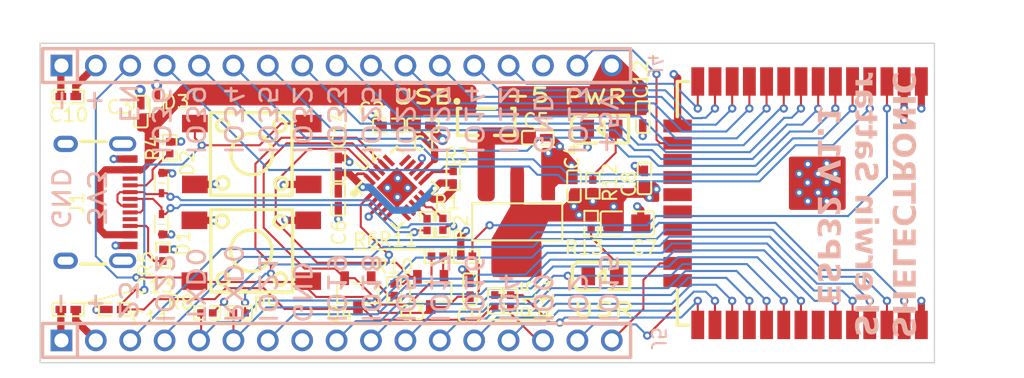
<source format=kicad_pcb>
(kicad_pcb (version 20221018) (generator pcbnew)
  (layers (0 "F.Cu" signal) (1 "In1.Cu" power) (2 "In2.Cu" power) (31 "B.Cu" signal) (34 "B.Paste" user) (35 "F.Paste" user) (36 "B.SilkS" user "B.Silkscreen") (37 "F.SilkS" user "F.Silkscreen") (38 "B.Mask" user) (39 "F.Mask" user) (44 "Edge.Cuts" user))
  (net 0 "")
  (net 1 "5V_BUS")
  (net 2 "GND")
  (net 3 "+3V3")
  (net 4 "+5V LDO in")
  (net 5 "3V3 FTDI")
  (net 6 "EN")
  (net 7 "IO0_BTN")
  (net 8 "+5V")
  (net 9 "D+")
  (net 10 "D-")
  (net 11 "Net-(J1-CC2)")
  (net 12 "Net-(J1-CC1)")
  (net 13 "I36")
  (net 14 "I39")
  (net 15 "I34")
  (net 16 "I35")
  (net 17 "IO32")
  (net 18 "IO33")
  (net 19 "IO25")
  (net 20 "IO26")
  (net 21 "IO27")
  (net 22 "IO14")
  (net 23 "IO12")
  (net 24 "IO13")
  (net 25 "IO23")
  (net 26 "IO22")
  (net 27 "TXD0")
  (net 28 "RXD0")
  (net 29 "IO21")
  (net 30 "IO19")
  (net 31 "IO18")
  (net 32 "IO5")
  (net 33 "IO17")
  (net 34 "IO16")
  (net 35 "IO4")
  (net 36 "IO0_CON")
  (net 37 "IO2")
  (net 38 "IO15")
  (net 39 "Net-(LED1-A)")
  (net 40 "Net-(LED2-+)")
  (net 41 "Net-(Q3-B)")
  (net 42 "RTS")
  (net 43 "Net-(Q4-B)")
  (net 44 "DTR")
  (net 45 "Net-(U2-USBDP)")
  (net 46 "Net-(U2-USBDM)")
  (net 47 "Net-(U2-~{RESET})")
  (net 48 "RXD")
  (net 49 "TXD")
  (net 50 "Net-(U1-IO0)")
  (footprint "easyeda2kicad:C0402" (layer "F.Cu") (at 77.6986 114.0968)
    (fp_text reference "C13")
    (fp_text value "100nF")
  )
  (footprint "easyeda2kicad:USB-C-SMD_TYPE-C-6PIN-2MD-073" (layer "F.Cu") (at 79.883 106.172 -90)
    (fp_text reference "J1")
    (fp_text value "TYPE-C 16PIN 2MD(073)")
  )
  (footprint "easyeda2kicad:R0402" (layer "F.Cu") (at 104.9502 110.1492)
    (fp_text reference "R6")
    (fp_text value "10k")
  )
  (footprint "easyeda2kicad:C0402" (layer "F.Cu") (at 97.6376 103.4418 -90)
    (fp_text reference "C14")
    (fp_text value "100nF")
  )
  (footprint "easyeda2kicad:SOD-523_L1.2-W0.8-LS1.6-BI" (layer "F.Cu") (at 84.2264 99.187 -90)
    (fp_text reference "D3")
    (fp_text value "~")
  )
  (footprint "easyeda2kicad:C0402" (layer "F.Cu") (at 120.1166 99.8728 90)
    (fp_text reference "C12")
    (fp_text value "100nF")
  )
  (footprint "easyeda2kicad:KEY-SMD_4P-L6.0-W6.0-P4.50-LS9.0" (layer "F.Cu") (at 91.2458 102.6012)
    (fp_text reference "SW2" hide)
    (fp_text value "PTS645SH50SMTR92LFS")
  )
  (footprint "easyeda2kicad:C0402" (layer "F.Cu") (at 77.6986 98.3488)
    (fp_text reference "C10")
    (fp_text value "100nF")
  )
  (footprint "easyeda2kicad:SOD-523_L1.2-W0.8-LS1.6-BI" (layer "F.Cu") (at 84.582 107.7976 90)
    (fp_text reference "D1")
    (fp_text value "~")
  )
  (footprint "easyeda2kicad:R0402" (layer "F.Cu") (at 87.9366 114.3508)
    (fp_text reference "R8")
    (fp_text value "0")
  )
  (footprint "easyeda2kicad:R0402" (layer "F.Cu") (at 107.1092 110.1492 180)
    (fp_text reference "R11")
    (fp_text value "10k")
  )
  (footprint "easyeda2kicad:R0402" (layer "F.Cu") (at 90.3206 114.3508)
    (fp_text reference "R9")
    (fp_text value "0")
  )
  (footprint "easyeda2kicad:C0402" (layer "F.Cu") (at 97.6376 105.9818 90)
    (fp_text reference "C6")
    (fp_text value "100nF")
  )
  (footprint "easyeda2kicad:SOT-23-3_L2.9-W1.3-P1.90-LS2.4-BR" (layer "F.Cu") (at 99.0854 112.903 90)
    (fp_text reference "Q4")
    (fp_text value "SS8050-G")
  )
  (footprint "easyeda2kicad:R0402" (layer "F.Cu") (at 116.4336 104.9528 -90)
    (fp_text reference "R12")
    (fp_text value "5.1k")
  )
  (footprint "easyeda2kicad:HDR-SMD_3P-P1.27-V-M-LS4.2_X1311WVS-03J-C40D42R2" (layer "F.Cu") (at 108.5596 100.2278)
    (fp_text reference "J2" hide)
    (fp_text value "X1311WVS-03J-C40D42R2")
  )
  (footprint "easyeda2kicad:SOT-223-4_L6.5-W3.5-P2.30-LS7.0-BR" (layer "F.Cu") (at 110.8456 107.6198 90)
    (fp_text reference "U3" hide)
    (fp_text value "AMS1117-3.3_C347222")
  )
  (footprint "easyeda2kicad:C0805" (layer "F.Cu") (at 118.9736 107.7468)
    (fp_text reference "C7")
    (fp_text value "22uF")
  )
  (footprint "easyeda2kicad:SOD-523_L1.2-W0.8-LS1.6-BI" (layer "F.Cu") (at 84.582 104.7496 -90)
    (fp_text reference "D2")
    (fp_text value "~")
  )
  (footprint "easyeda2kicad:R0402" (layer "F.Cu") (at 85.1916 102.1334 -90)
    (fp_text reference "R4")
    (fp_text value "5.1k")
  )
  (footprint "easyeda2kicad:R0402" (layer "F.Cu") (at 104.1908 107.823 90)
    (fp_text reference "R1")
    (fp_text value "27R")
  )
  (footprint "easyeda2kicad:LED0805-R-RD" (layer "F.Cu") (at 117.1448 111.6076)
    (fp_text reference "LED2" hide)
    (fp_text value "FC-2012HRK-620D")
  )
  (footprint "easyeda2kicad:LED0805-R-RD" (layer "F.Cu") (at 117.0686 100.7618)
    (fp_text reference "LED1" hide)
    (fp_text value "0805G (Green)")
  )
  (footprint "easyeda2kicad:C0402" (layer "F.Cu") (at 81.1276 114.0968)
    (fp_text reference "C11")
    (fp_text value "100nF")
  )
  (footprint "easyeda2kicad:R0402" (layer "F.Cu") (at 101.7524 112.6384 -90)
    (fp_text reference "R10")
    (fp_text value "10k")
  )
  (footprint "easyeda2kicad:R0402" (layer "F.Cu") (at 105.3592 107.7976 90)
    (fp_text reference "R2")
    (fp_text value "27R")
  )
  (footprint "easyeda2kicad:C0402" (layer "F.Cu") (at 101.3714 100.4824)
    (fp_text reference "C2")
    (fp_text value "100nF")
  )
  (footprint "easyeda2kicad:QFN-20_L4.0-W4.0-P0.50-BL-EP2.2" (layer "F.Cu") (at 101.968252 105.092452 -45)
    (fp_text reference "U2")
    (fp_text value "FT231XQ-R")
  )
  (footprint "easyeda2kicad:C0402" (layer "F.Cu") (at 103.886 100.4824 180)
    (fp_text reference "C1")
    (fp_text value "4.7uF")
  )
  (footprint "easyeda2kicad:KEY-SMD_4P-L6.0-W6.0-P4.50-LS9.0" (layer "F.Cu") (at 91.2114 109.7534 180)
    (fp_text reference "SW1" hide)
    (fp_text value "PTS645SH50SMTR92LFS")
  )
  (footprint "easyeda2kicad:C0402" (layer "F.Cu") (at 83.058 99.4664 -90)
    (fp_text reference "C3")
    (fp_text value "100n")
  )
  (footprint "easyeda2kicad:C0402" (layer "F.Cu") (at 115.0366 104.9888 -90)
    (fp_text reference "C4")
    (fp_text value "10uF")
  )
  (footprint "easyeda2kicad:C0402" (layer "F.Cu") (at 112.3696 101.3968 180)
    (fp_text reference "C5")
    (fp_text value "10uF")
  )
  (footprint "easyeda2kicad:R0402" (layer "F.Cu") (at 116.3066 107.7468 90)
    (fp_text reference "R13")
    (fp_text value "560")
  )
  (footprint "easyeda2kicad:SOT-23-3_L2.9-W1.3-P1.90-LS2.4-BR" (layer "F.Cu") (at 104.4422 112.8162 90)
    (fp_text reference "Q3")
    (fp_text value "SS8050-G")
  )
  (footprint "easyeda2kicad:R0402" (layer "F.Cu") (at 84.6836 110.0836 -90)
    (fp_text reference "R5")
    (fp_text value "5.1k")
  )
  (footprint "easyeda2kicad:R0402" (layer "F.Cu") (at 106.1194 104.3178 -90)
    (fp_text reference "R3")
    (fp_text value "0")
  )
  (footprint "easyeda2kicad:R0402" (layer "F.Cu") (at 109.1946 113.4618 -90)
    (fp_text reference "R15")
    (fp_text value "27R")
  )
  (footprint "easyeda2kicad:C0402" (layer "F.Cu") (at 107.3632 112.6042 -90)
    (fp_text reference "C9")
    (fp_text value "100nF")
  )
  (footprint "easyeda2kicad:R0402" (layer "F.Cu") (at 110.363 113.4618 -90)
    (fp_text reference "R14")
    (fp_text value "27R")
  )
  (footprint "easyeda2kicad:WIFI-SMD_ESP32-WROOM-32E" (layer "F.Cu") (at 131.6906 106.2398 180)
    (fp_text reference "U1" hide)
    (fp_text value "ESP32-WROOM-32E(8MB)")
  )
  (footprint "easyeda2kicad:C0402" (layer "F.Cu") (at 120.2436 104.4028 -90)
    (fp_text reference "C8")
    (fp_text value "100nF")
  )
  (footprint "easyeda2kicad:HDR-TH_17P-P2.54-V-M" (layer "B.Cu") (at 97.5106 116.3828)
    (fp_text reference "J5")
    (fp_text value "X6511WV-17H-C30D60")
  )
  (footprint "easyeda2kicad:HDR-TH_17P-P2.54-V-M" (layer "B.Cu") (at 97.5106 96.0628)
    (fp_text reference "J4")
    (fp_text value "X6511WV-17H-C30D60")
  )
  (gr_line (start 104.0102 109.6492) (end 98.8314 109.6518) (stroke (width 0.15)) (layer "F.SilkS"))
  (gr_line (start 78.824666 113.640734) (end 82.4484 112.7252) (stroke (width 0.15)) (layer "F.SilkS"))
  (gr_line (start 108.6866 114.8588) (end 113.3856 114.8588) (stroke (width 0.1524)) (layer "F.SilkS"))
  (gr_rect (start 75.6158 94.4118) (end 141.6558 118.0338) (stroke (width 0.1)) (fill none) (layer "Edge.Cuts"))
  (gr_text "+5V\n" (at 116.8146 102.7938 -90) (layer "B.SilkS") (effects (font (size 1.27 1.5) (thickness 0.2032)) (justify left bottom mirror)))
  (gr_text "IO35" (at 91.6686 102.7938 270) (layer "B.SilkS") (effects (font (size 1.27 1.5) (thickness 0.2032)) (justify left bottom mirror)))
  (gr_text "IO18" (at 99.2886 115.2398 270) (layer "B.SilkS") (effects (font (size 1.27 1.5) (thickness 0.2032)) (justify left bottom mirror)))
  (gr_text "IO15" (at 116.8146 115.2398 270) (layer "B.SilkS") (effects (font (size 1.27 1.5) (thickness 0.2032)) (justify left bottom mirror)))
  (gr_text "IO21" (at 91.6686 115.2398 270) (layer "B.SilkS") (effects (font (size 1.27 1.5) (thickness 0.2032)) (justify left bottom mirror)))
  (gr_text "IO22" (at 84.0486 115.2398 270) (layer "B.SilkS") (effects (font (size 1.27 1.5) (thickness 0.2032)) (justify left bottom mirror)))
  (gr_text "23\n" (at 81.3562 114.9604 270) (layer "B.SilkS") (effects (font (size 1.27 1.5) (thickness 0.2032)) (justify left bottom mirror)))
  (gr_text "+" (at 78.994 99.7204 270) (layer "B.SilkS") (effects (font (size 1.27 1.5) (thickness 0.2032)) (justify left bottom mirror)))
  (gr_text "IO34" (at 89.1286 102.7938 270) (layer "B.SilkS") (effects (font (size 1.27 1.5) (thickness 0.2032)) (justify left bottom mirror)))
  (gr_text "IO32" (at 94.2086 102.7938 270) (layer "B.SilkS") (effects (font (size 1.27 1.5) (thickness 0.2032)) (justify left bottom mirror)))
  (gr_text "IO33" (at 96.7486 102.7938 270) (layer "B.SilkS") (effects (font (size 1.27 1.5) (thickness 0.2032)) (justify left bottom mirror)))
  (gr_text "IO2" (at 114.5286 115.2398 270) (layer "B.SilkS") (effects (font (size 1.27 1.5) (thickness 0.2032)) (justify left bottom mirror)))
  (gr_text "IO17" (at 104.3686 115.2398 270) (layer "B.SilkS") (effects (font (size 1.27 1.5) (thickness 0.2032)) (justify left bottom mirror)))
  (gr_text "IO0\n" (at 111.9886 115.2398 270) (layer "B.SilkS") (effects (font (size 1.27 1.5) (thickness 0.2032)) (justify left bottom mirror)))
  (gr_text "IO27" (at 104.3686 102.7938 270) (layer "B.SilkS") (effects (font (size 1.27 1.5) (thickness 0.2032)) (justify left bottom mirror)))
  (gr_text "-\n" (at 76.581 99.695 270) (layer "B.SilkS") (effects (font (size 1.27 1.5) (thickness 0.2032)) (justify left bottom mirror)))
  (gr_text "IO36" (at 83.7946 102.7938 270) (layer "B.SilkS") (effects (font (size 1.27 1.5) (thickness 0.2032)) (justify left bottom mirror)))
  (gr_text "IO12" (at 109.4486 102.7938 -90) (layer "B.SilkS") (effects (font (size 1.27 1.5) (thickness 0.2032)) (justify left bottom mirror)))
  (gr_text "IO19" (at 96.7486 115.2398 270) (layer "B.SilkS") (effects (font (size 1.27 1.5) (thickness 0.2032)) (justify left bottom mirror)))
  (gr_text "3V3" (at 79.0194 108.0516 270) (layer "B.SilkS") (effects (font (size 1.27 1.5) (thickness 0.2032)) (justify left bottom mirror)))
  (gr_text "+" (at 79.0702 114.7064 270) (layer "B.SilkS") (effects (font (size 1.27 1.5) (thickness 0.2032)) (justify left bottom mirror)))
  (gr_text "GND" (at 94.2086 115.2398 270) (layer "B.SilkS") (effects (font (size 1.27 1.5) (thickness 0.2032)) (justify left bottom mirror)))
  (gr_text "GND" (at 111.9886 102.7938 -90) (layer "B.SilkS") (effects (font (size 1.27 1.5) (thickness 0.2032)) (justify left bottom mirror)))
  (gr_text "IO14" (at 106.9086 102.7938 -90) (layer "B.SilkS") (effects (font (size 1.27 1.5) (thickness 0.2032)) (justify left bottom mirror)))
  (gr_text "IO26" (at 101.8286 102.7938 270) (layer "B.SilkS") (effects (font (size 1.27 1.5) (thickness 0.2032)) (justify left bottom mirror)))
  (gr_text "SHELECTRONIC\nSherwin Sattar\nESP32 V1.1" (at 132.7658 106.3498 270) (layer "B.SilkS") (effects (font (size 1.651 1.651) (thickness 0.3) bold) (justify bottom mirror)))
  (gr_text "IO39" (at 86.3346 102.7938 270) (layer "B.SilkS") (effects (font (size 1.27 1.5) (thickness 0.2032)) (justify left bottom mirror)))
  (gr_text "GND" (at 76.3778 108.3056 270) (layer "B.SilkS") (effects (font (size 1.27 1.5) (thickness 0.2032)) (justify left bottom mirror)))
  (gr_text "IO16" (at 106.9086 115.2398 270) (layer "B.SilkS") (effects (font (size 1.27 1.5) (thickness 0.2032)) (justify left bottom mirror)))
  (gr_text "IO13\n" (at 114.5286 102.7938 -90) (layer "B.SilkS") (effects (font (size 1.27 1.5) (thickness 0.2032)) (justify left bottom mirror)))
  (gr_text "TXD0" (at 86.3346 115.1382 270) (layer "B.SilkS") (effects (font (size 1.27 1.5) (thickness 0.2032)) (justify left bottom mirror)))
  (gr_text "EN" (at 81.407 100.457 270) (layer "B.SilkS") (effects (font (size 1.27 1.5) (thickness 0.2032)) (justify left bottom mirror)))
  (gr_text "IO25" (at 99.2886 102.7938 270) (layer "B.SilkS") (effects (font (size 1.27 1.5) (thickness 0.2032)) (justify left bottom mirror)))
  (gr_text "RXD0\n" (at 89.1286 115.2398 270) (layer "B.SilkS") (effects (font (size 1.27 1.5) (thickness 0.2032)) (justify left bottom mirror)))
  (gr_text "-\n" (at 76.5048 114.7318 270) (layer "B.SilkS") (effects (font (size 1.27 1.5) (thickness 0.2032)) (justify left bottom mirror)))
  (gr_text "IO4" (at 109.4486 115.2398 270) (layer "B.SilkS") (effects (font (size 1.27 1.5) (thickness 0.2032)) (justify left bottom mirror)))
  (gr_text "IO5" (at 101.8286 115.2398 270) (layer "B.SilkS") (effects (font (size 1.27 1.5) (thickness 0.2032)) (justify left bottom mirror)))
  (gr_text "USR" (at 119.6086 114.7318) (layer "F.SilkS") (effects (font (size 1.016 1.5) (thickness 0.2032) bold) (justify right bottom)))
  (gr_text "USB\n" (at 106.2736 98.9838) (layer "F.SilkS") (effects (font (size 1.016 1.5) (thickness 0.2032) bold) (justify right bottom)))
  (gr_text "PWR" (at 119.1006 98.9838) (layer "F.SilkS") (effects (font (size 1.016 1.5) (thickness 0.2032) bold) (justify right bottom)))
  (gr_text "+5\n" (at 113.3856 98.8568) (layer "F.SilkS") (effects (font (size 1.016 1.5) (thickness 0.2032) bold) (justify right bottom)))
  (segment (start 80.4542 103.772) (end 80.0354 104.1908) (width 0.5334) (layer "F.Cu") (net 1))
  (segment (start 104.7496 102.1842) (end 103.336 100.7706) (width 0.5334) (layer "F.Cu") (net 1))
  (segment (start 80.0354 108.1786) (end 80.4288 108.572) (width 0.5334) (layer "F.Cu") (net 1))
  (segment (start 103.336 100.7706) (end 103.336 100.4824) (width 0.5334) (layer "F.Cu") (net 1))
  (segment (start 103.629953 104.137858) (end 104.7496 103.018211) (width 0.254) (layer "F.Cu") (net 1))
  (segment (start 82.483 103.772) (end 80.4542 103.772) (width 0.5334) (layer "F.Cu") (net 1))
  (segment (start 80.0354 104.1908) (end 80.0354 108.1786) (width 0.5334) (layer "F.Cu") (net 1))
  (segment (start 80.4288 108.572) (end 82.483 108.572) (width 0.5334) (layer "F.Cu") (net 1))
  (segment (start 104.7496 103.018211) (end 104.7496 102.1842) (width 0.5334) (layer "F.Cu") (net 1))
  (segment (start 83.058 97.9424) (end 83.058 98.9164) (width 0.5334) (layer "F.Cu") (net 2))
  (segment (start 88.519 104.8512) (end 88.5444 104.8258) (width 0.5334) (layer "F.Cu") (net 2))
  (segment (start 99.879161 107.181543) (end 99.879161 107.232439) (width 0.254) (layer "F.Cu") (net 2))
  (segment (start 82.263 102.972) (end 82.483 102.972) (width 0.5334) (layer "F.Cu") (net 2))
  (segment (start 119.7102 106.4768) (end 119.9736 106.7402) (width 0.5334) (layer "F.Cu") (net 2))
  (segment (start 80.5776 114.0968) (end 79.8068 114.0968) (width 0.5334) (layer "F.Cu") (net 2))
  (segment (start 113.1456 104.7898) (end 113.1456 102.5398) (width 0.5334) (layer "F.Cu") (net 2))
  (segment (start 81.0514 102.9716) (end 82.2626 102.9716) (width 0.5334) (layer "F.Cu") (net 2))
  (segment (start 87.0458 104.8512) (end 88.519 104.8512) (width 0.5334) (layer "F.Cu") (net 2))
  (segment (start 112.9196 101.3968) (end 113.3607 101.3968) (width 0.5334) (layer "F.Cu") (net 2))
  (segment (start 93.6498 104.8512) (end 93.599 104.902) (width 0.5334) (layer "F.Cu") (net 2))
  (segment (start 98.142 102.8918) (end 98.4504 103.2002) (width 0.5334) (layer "F.Cu") (net 2))
  (segment (start 81.190145 109.372) (end 82.483 109.372) (width 0.5334) (layer "F.Cu") (net 2))
  (segment (start 93.762 107.5034) (end 93.726 107.4674) (width 0.5334) (layer "F.Cu") (net 2))
  (segment (start 103.812096 102.913126) (end 103.812096 103.248608) (width 0.254) (layer "F.Cu") (net 2))
  (segment (start 100.660104 106.4006) (end 99.879161 107.181543) (width 0.254) (layer "F.Cu") (net 2))
  (segment (start 116.0526 102.1085) (end 116.0526 101.9931) (width 0.1524) (layer "F.Cu") (net 2))
  (segment (start 105.336791 101.541873) (end 104.436 100.641082) (width 0.5334) (layer "F.Cu") (net 2))
  (segment (start 82.2626 102.9716) (end 82.263 102.972) (width 0.5334) (layer "F.Cu") (net 2))
  (segment (start 119.9736 106.7402) (end 119.9736 107.7468) (width 0.5334) (layer "F.Cu") (net 2))
  (segment (start 116.0186 100.7618) (end 116.0186 102.0745) (width 0.5334) (layer "F.Cu") (net 2))
  (segment (start 120.2436 103.8528) (end 119.9061 103.8528) (width 0.5334) (layer "F.Cu") (net 2))
  (segment (start 83.0072 97.8916) (end 83.058 97.9424) (width 0.5334) (layer "F.Cu") (net 2))
  (segment (start 104.436 100.641082) (end 104.436 100.4824) (width 0.5334) (layer "F.Cu") (net 2))
  (segment (start 85.3694 104.0384) (end 85.3306 103.9996) (width 0.5334) (layer "F.Cu") (net 2))
  (segment (start 97.6376 102.8918) (end 98.142 102.8918) (width 0.5334) (layer "F.Cu") (net 2))
  (segment (start 120.1166 100.4228) (end 120.1166 101.2698) (width 0.5334) (layer "F.Cu") (net 2))
  (segment (start 100.0633 99.7717) (end 100.774 100.4824) (width 0.5334) (layer "F.Cu") (net 2))
  (segment (start 107.3632 112.0542) (end 107.3632 111.71806) (width 0.5334) (layer "F.Cu") (net 2))
  (segment (start 140.6906 115.2398) (end 140.6906 113.4618) (width 0.5334) (layer "F.Cu") (net 2))
  (segment (start 95.4458 104.8512) (end 93.6498 104.8512) (width 0.5334) (layer "F.Cu") (net 2))
  (segment (start 95.4114 107.5034) (end 93.762 107.5034) (width 0.5334) (layer "F.Cu") (net 2))
  (segment (start 119.9736 107.7468) (end 119.9482 107.7722) (width 0.5334) (layer "F.Cu") (net 2))
  (segment (start 88.428 107.5034) (end 88.4428 107.5182) (width 0.5334) (layer "F.Cu") (net 2))
  (segment (start 84.2264 98.437) (end 84.2264 97.5106) (width 0.5334) (layer "F.Cu") (net 2))
  (segment (start 87.0114 107.5034) (end 88.428 107.5034) (width 0.5334) (layer "F.Cu") (net 2))
  (segment (start 113.3607 101.3968) (end 113.9952 102.0313) (width 0.5334) (layer "F.Cu") (net 2))
  (segment (start 86.0026 101.7034) (end 86.0298 101.6762) (width 0.5334) (layer "F.Cu") (net 2))
  (segment (start 77.1486 116.3408) (end 77.1906 116.3828) (width 0.1524) (layer "F.Cu") (net 2))
  (segment (start 122.6906 100.5298) (end 122.6906 96.9858) (width 0.5334) (layer "F.Cu") (net 2))
  (segment (start 85.4964 109.6536) (end 84.6836 109.6536) (width 0.5334) (layer "F.Cu") (net 2))
  (segment (start 140.6906 97.2398) (end 140.6906 99.2378) (width 0.5334) (layer "F.Cu") (net 2))
  (segment (start 116.0186 102.0745) (end 116.0526 102.1085) (width 0.5334) (layer "F.Cu") (net 2))
  (segment (start 100.774 100.4824) (end 100.8214 100.4824) (width 0.5334) (layer "F.Cu") (net 2))
  (segment (start 85.2932 108.5476) (end 84.582 108.5476) (width 0.5334) (layer "F.Cu") (net 2))
  (segment (start 85.1916 101.7034) (end 86.0026 101.7034) (width 0.5334) (layer "F.Cu") (net 2))
  (segment (start 77.1486 96.1048) (end 77.1906 96.0628) (width 0.1524) (layer "F.Cu") (net 2))
  (segment (start 79.8068 114.0968) (end 79.7814 114.1222) (width 0.1524) (layer "F.Cu") (net 2))
  (segment (start 119.9061 103.8528) (end 119.5324 103.4791) (width 0.5334) (layer "F.Cu") (net 2))
  (segment (start 122.6906 96.9858) (end 122.4026 96.6978) (width 0.5334) (layer "F.Cu") (net 2))
  (segment (start 97.6376 106.5318) (end 97.6376 107.4166) (width 0.5334) (layer "F.Cu") (net 2))
  (segment (start 115.0366 103.6569) (end 114.8588 103.4791) (width 0.5334) (layer "F.Cu") (net 2))
  (segment (start 116.0526 101.9931) (end 116.0186 101.9591) (width 0.1524) (layer "F.Cu") (net 2))
  (segment (start 103.812096 103.248608) (end 103.2764 103.784304) (width 0.254) (layer "F.Cu") (net 2))
  (segment (start 77.1486 114.0968) (end 77.1486 116.3408) (width 0.5334) (layer "F.Cu") (net 2))
  (segment (start 115.0366 104.4388) (end 115.0366 103.6569) (width 0.5334) (layer "F.Cu") (net 2))
  (segment (start 77.1486 98.3488) (end 77.1486 96.1048) (width 0.5334) (layer "F.Cu") (net 2))
  (segment (start 85.3306 103.9996) (end 84.582 103.9996) (width 0.5334) (layer "F.Cu") (net 2))
  (segment (start 107.3632 111.71806) (end 106.7816 111.13646) (width 0.5334) (layer "F.Cu") (net 2))
  (via (at 85.2932 108.5476) (size 0.6096) (drill 0.3048) (layers "F.Cu" "B.Cu") (net 2))
  (via (at 100.0633 99.7717) (size 0.6096) (drill 0.3048) (layers "F.Cu" "B.Cu") (net 2))
  (via (at 98.4504 103.2002) (size 0.6096) (drill 0.3048) (layers "F.Cu" "B.Cu") (net 2))
  (via (at 116.0526 102.1085) (size 0.6096) (drill 0.3048) (layers "F.Cu" "B.Cu") (net 2))
  (via (at 132.3086 106.0958) (size 0.6096) (drill 0.3048) (layers "F.Cu" "B.Cu") (net 2))
  (via (at 120.1166 101.2698) (size 0.6096) (drill 0.3048) (layers "F.Cu" "B.Cu") (net 2))
  (via (at 113.1456 102.5398) (size 0.6096) (drill 0.3048) (layers "F.Cu" "B.Cu") (net 2))
  (via (at 81.0514 102.9716) (size 0.6096) (drill 0.3048) (layers "F.Cu" "B.Cu") (net 2))
  (via (at 102.0064 105.791) (size 0.6096) (drill 0.3048) (layers "F.Cu" "B.Cu") (net 2))
  (via (at 134.3406 104.0638) (size 0.6096) (drill 0.3048) (layers "F.Cu" "B.Cu") (net 2))
  (via (at 102.0318 104.394) (size 0.6096) (drill 0.3048) (layers "F.Cu" "B.Cu") (net 2))
  (via (at 83.0072 97.8916) (size 0.8) (drill 0.4) (layers "F.Cu" "B.Cu") (net 2))
  (via (at 93.726 107.4674) (size 0.6096) (drill 0.3048) (layers "F.Cu" "B.Cu") (net 2))
  (via (at 132.3086 103.3526) (size 0.6096) (drill 0.3048) (layers "F.Cu" "B.Cu") (net 2))
  (via (at 85.3694 104.0384) (size 0.6096) (drill 0.3048) (layers "F.Cu" "B.Cu") (net 2))
  (via (at 85.4964 109.6536) (size 0.6096) (drill 0.3048) (layers "F.Cu" "B.Cu") (net 2))
  (via (at 134.3406 105.4608) (size 0.6096) (drill 0.3048) (layers "F.Cu" "B.Cu") (net 2))
  (via (at 79.7814 114.1222) (size 0.6096) (drill 0.3048) (layers "F.Cu" "B.Cu") (net 2))
  (via (at 97.6376 107.4166) (size 0.6096) (drill 0.3048) (layers "F.Cu" "B.Cu") (net 2))
  (via (at 86.0298 101.6762) (size 0.6096) (drill 0.3048) (layers "F.Cu" "B.Cu") (net 2))
  (via (at 131.6736 104.0638) (size 0.6096) (drill 0.3048) (layers "F.Cu" "B.Cu") (net 2))
  (via (at 114.8588 103.4791) (size 0.6096) (drill 0.3048) (layers "F.Cu" "B.Cu") (net 2))
  (via (at 119.7102 106.4768) (size 0.6096) (drill 0.3048) (layers "F.Cu" "B.Cu") (net 2))
  (via (at 113.9952 102.0313) (size 0.6096) (drill 0.3048) (layers "F.Cu" "B.Cu") (net 2))
  (via (at 133.0706 105.4608) (size 0.6096) (drill 0.3048) (layers "F.Cu" "B.Cu") (net 2))
  (via (at 88.5444 104.8258) (size 0.6096) (drill 0.3048) (layers "F.Cu" "B.Cu") (net 2))
  (via (at 119.5324 103.4791) (size 0.6096) (drill 0.3048) (layers "F.Cu" "B.Cu") (net 2))
  (via (at 131.6736 105.4608) (size 0.6096) (drill 0.3048) (layers "F.Cu" "B.Cu") (net 2))
  (via (at 81.190145 109.372) (size 0.6096) (drill 0.3048) (layers "F.Cu" "B.Cu") (net 2))
  (via (at 93.599 104.902) (size 0.6096) (drill 0.3048) (layers "F.Cu" "B.Cu") (net 2))
  (via (at 140.6906 113.4618) (size 0.6096) (drill 0.3048) (layers "F.Cu" "B.Cu") (net 2))
  (via (at 105.336791 101.541873) (size 0.8) (drill 0.4) (layers "F.Cu" "B.Cu") (net 2))
  (via (at 103.812096 102.913126) (size 0.6096) (drill 0.3048) (layers "F.Cu" "B.Cu") (net 2))
  (via (at 133.7056 106.0958) (size 0.6096) (drill 0.3048) (layers "F.Cu" "B.Cu") (net 2))
  (via (at 122.4026 96.6978) (size 0.6096) (drill 0.3048) (layers "F.Cu" "B.Cu") (net 2))
  (via (at 132.296064 104.72321) (size 0.6096) (drill 0.3048) (layers "F.Cu" "B.Cu") (net 2))
  (via (at 106.7816 111.13646) (size 0.6096) (drill 0.3048) (layers "F.Cu" "B.Cu") (net 2))
  (via (at 133.0706 104.0638) (size 0.6096) (drill 0.3048) (layers "F.Cu" "B.Cu") (net 2))
  (via (at 88.4428 107.5182) (size 0.6096) (drill 0.3048) (layers "F.Cu" "B.Cu") (net 2))
  (via (at 101.2698 105.1052) (size 0.6096) (drill 0.3048) (layers "F.Cu" "B.Cu") (net 2))
  (via (at 102.7684 105.1052) (size 0.6096) (drill 0.3048) (layers "F.Cu" "B.Cu") (net 2))
  (via (at 84.2264 97.5106) (size 0.8) (drill 0.4) (layers "F.Cu" "B.Cu") (net 2))
  (via (at 99.879161 107.232439) (size 0.6096) (drill 0.3048) (layers "F.Cu" "B.Cu") (net 2))
  (via (at 133.7056 104.6988) (size 0.6096) (drill 0.3048) (layers "F.Cu" "B.Cu") (net 2))
  (via (at 140.6906 99.2378) (size 0.6096) (drill 0.3048) (layers "F.Cu" "B.Cu") (net 2))
  (via (at 133.7056 103.3018) (size 0.6096) (drill 0.3048) (layers "F.Cu" "B.Cu") (net 2))
  (segment (start 78.2486 114.0968) (end 78.2486 114.9008) (width 0.5334) (layer "F.Cu") (net 3))
  (segment (start 116.4336 106.0958) (end 116.4336 105.3828) (width 0.5334) (layer "F.Cu") (net 3))
  (segment (start 121.133098 105.2063) (end 120.879598 104.9528) (width 0.5334) (layer "F.Cu") (net 3))
  (segment (start 116.3066 107.3168) (end 115.6226 107.3168) (width 0.5334) (layer "F.Cu") (net 3))
  (segment (start 106.6792 108.6625) (end 106.6792 110.1492) (width 0.5334) (layer "F.Cu") (net 3))
  (segment (start 139.4206 97.2398) (end 139.4206 99.2378) (width 0.5334) (layer "F.Cu") (net 3))
  (segment (start 107.061 108.2807) (end 106.6792 108.6625) (width 0.5334) (layer "F.Cu") (net 3))
  (segment (start 139.4206 99.2378) (end 139.4206 100.1268) (width 0.5334) (layer "F.Cu") (net 3))
  (segment (start 78.2486 114.9008) (end 79.7306 116.3828) (width 0.5334) (layer "F.Cu") (net 3))
  (segment (start 78.2486 97.5448) (end 79.7306 96.0628) (width 0.5334) (layer "F.Cu") (net 3))
  (segment (start 117.9736 107.7468) (end 117.9736 106.4928) (width 0.5334) (layer "F.Cu") (net 3))
  (segment (start 120.616171 105.832406) (end 120.2436 105.459835) (width 0.5334) (layer "F.Cu") (net 3))
  (segment (start 78.2486 98.3488) (end 78.2486 97.5448) (width 0.5334) (layer "F.Cu") (net 3))
  (segment (start 115.0366 106.4768) (end 115.0366 105.5388) (width 0.5334) (layer "F.Cu") (net 3))
  (segment (start 120.2436 105.459835) (end 120.2436 104.9528) (width 0.5334) (layer "F.Cu") (net 3))
  (segment (start 120.879598 104.9528) (end 120.2436 104.9528) (width 0.5334) (layer "F.Cu") (net 3))
  (segment (start 115.6226 107.3168) (end 115.4176 107.1118) (width 0.5334) (layer "F.Cu") (net 3))
  (via (at 115.4176 107.1118) (size 0.6096) (drill 0.3048) (layers "F.Cu" "B.Cu") (net 3))
  (via (at 116.4336 106.0958) (size 0.6096) (drill 0.3048) (layers "F.Cu" "B.Cu") (net 3))
  (via (at 121.133098 105.2063) (size 0.6096) (drill 0.3048) (layers "F.Cu" "B.Cu") (net 3))
  (via (at 139.4206 100.1268) (size 0.6096) (drill 0.3048) (layers "F.Cu" "B.Cu") (net 3))
  (via (at 115.0366 106.4768) (size 0.6096) (drill 0.3048) (layers "F.Cu" "B.Cu") (net 3))
  (via (at 120.616171 105.832406) (size 0.6096) (drill 0.3048) (layers "F.Cu" "B.Cu") (net 3))
  (via (at 139.4206 99.2378) (size 0.6096) (drill 0.3048) (layers "F.Cu" "B.Cu") (net 3))
  (via (at 107.061 108.2807) (size 0.6096) (drill 0.3048) (layers "F.Cu" "B.Cu") (net 3))
  (via (at 117.9736 106.4928) (size 0.6096) (drill 0.3048) (layers "F.Cu" "B.Cu") (net 3))
  (segment (start 98.7552 104.3686) (end 98.3784 103.9918) (width 0.2032) (layer "F.Cu") (net 5))
  (segment (start 98.552 104.1654) (end 99.441 105.0544) (width 0.5334) (layer "F.Cu") (net 5))
  (segment (start 99.06 104.0638) (end 98.7552 104.3686) (width 0.2032) (layer "F.Cu") (net 5))
  (segment (start 97.6376 105.4318) (end 97.6376 103.9918) (width 0.5334) (layer "F.Cu") (net 5))
  (segment (start 99.525387 104.0638) (end 99.06 104.0638) (width 0.2032) (layer "F.Cu") (net 5))
  (segment (start 97.6376 103.9918) (end 98.3784 103.9918) (width 0.5334) (layer "F.Cu") (net 5))
  (segment (start 99.952998 104.491411) (end 99.948809 104.4956) (width 0.2032) (layer "F.Cu") (net 5))
  (segment (start 99.952998 104.491411) (end 99.525387 104.0638) (width 0.2032) (layer "F.Cu") (net 5))
  (segment (start 104.648 105.9434) (end 104.277255 105.9434) (width 0.254) (layer "F.Cu") (net 5))
  (segment (start 104.648 105.9434) (end 105.3846 105.9434) (width 0.5334) (layer "F.Cu") (net 5))
  (segment (start 105.1578 104.7478) (end 104.7496 105.156) (width 0.5334) (layer "F.Cu") (net 5))
  (segment (start 105.3846 105.9434) (end 106.1194 105.2086) (width 0.5334) (layer "F.Cu") (net 5))
  (segment (start 106.1194 104.7478) (end 105.1578 104.7478) (width 0.5334) (layer "F.Cu") (net 5))
  (segment (start 106.1194 105.2086) (end 106.1194 104.7478) (width 0.5334) (layer "F.Cu") (net 5))
  (segment (start 98.3784 103.9918) (end 98.552 104.1654) (width 0.5334) (layer "F.Cu") (net 5))
  (segment (start 104.277255 105.9434) (end 104.005427 105.671572) (width 0.254) (layer "F.Cu") (net 5))
  (via (at 99.441 105.0544) (size 0.6096) (drill 0.3048) (layers "F.Cu" "B.Cu") (net 5))
  (via (at 104.7496 105.156) (size 0.6096) (drill 0.3048) (layers "F.Cu" "B.Cu") (net 5))
  (segment (start 103.1494 106.7562) (end 101.655996 106.7562) (width 0.5334) (layer "B.Cu") (net 5))
  (segment (start 101.655996 106.7562) (end 99.954196 105.0544) (width 0.5334) (layer "B.Cu") (net 5))
  (segment (start 99.954196 105.0544) (end 99.441 105.0544) (width 0.5334) (layer "B.Cu") (net 5))
  (segment (start 104.7496 105.156) (end 103.1494 106.7562) (width 0.5334) (layer "B.Cu") (net 5))
  (segment (start 107.5392 109.0702) (end 108.7356 107.8738) (width 0.1524) (layer "F.Cu") (net 6))
  (segment (start 106.4542 113.1542) (end 105.6897 113.9187) (width 0.1524) (layer "F.Cu") (net 6))
  (segment (start 87.0114 112.0034) (end 87.0728 112.0648) (width 0.1524) (layer "F.Cu") (net 6))
  (segment (start 95.9956 113.1718) (end 94.8526 112.0288) (width 0.1524) (layer "F.Cu") (net 6))
  (segment (start 108.0142 110.6242) (end 108.0142 112.7372) (width 0.1524) (layer "F.Cu") (net 6))
  (segment (start 86.7426 111.7346) (end 87.0114 112.0034) (width 0.1524) (layer "F.Cu") (net 6))
  (segment (start 87.0728 112.0648) (end 94.8166 112.0648) (width 0.1524) (layer "F.Cu") (net 6))
  (segment (start 100.7364 114.3508) (end 99.5574 113.1718) (width 0.1524) (layer "F.Cu") (net 6))
  (segment (start 108.7356 107.8738) (end 108.8136 107.8738) (width 0.1524) (layer "F.Cu") (net 6))
  (segment (start 94.8632 112.0394) (end 94.8526 112.0288) (width 0.1524) (layer "F.Cu") (net 6))
  (segment (start 107.5392 110.1492) (end 107.5392 109.0702) (width 0.1524) (layer "F.Cu") (net 6))
  (segment (start 108.0142 112.7372) (end 107.5972 113.1542) (width 0.1524) (layer "F.Cu") (net 6))
  (segment (start 104.0305 114.3508) (end 100.7364 114.3508) (width 0.1524) (layer "F.Cu") (net 6))
  (segment (start 107.3632 113.1542) (end 106.4542 113.1542) (width 0.1524) (layer "F.Cu") (net 6))
  (segment (start 107.5972 113.1542) (end 107.3632 113.1542) (width 0.1524) (layer "F.Cu") (net 6))
  (segment (start 82.726344 111.733106) (end 82.727838 111.7346) (width 0.1524) (layer "F.Cu") (net 6))
  (segment (start 138.1506 97.2398) (end 138.1506 99.2378) (width 0.1524) (layer "F.Cu") (net 6))
  (segment (start 105.6897 113.9187) (end 104.4626 113.9187) (width 0.1524) (layer "F.Cu") (net 6))
  (segment (start 104.4626 113.9187) (end 104.0305 114.3508) (width 0.1524) (layer "F.Cu") (net 6))
  (segment (start 94.8166 112.0648) (end 94.8526 112.0288) (width 0.1524) (layer "F.Cu") (net 6))
  (segment (start 82.727838 111.7346) (end 86.7426 111.7346) (width 0.1524) (layer "F.Cu") (net 6))
  (segment (start 107.5392 110.1492) (end 108.0142 110.6242) (width 0.1524) (layer "F.Cu") (net 6))
  (segment (start 99.5574 113.1718) (end 95.9956 113.1718) (width 0.1524) (layer "F.Cu") (net 6))
  (via (at 108.8136 107.8738) (size 0.6096) (drill 0.3048) (layers "F.Cu" "B.Cu") (net 6))
  (via (at 82.726344 111.733106) (size 0.6096) (drill 0.3048) (layers "F.Cu" "B.Cu") (net 6))
  (via (at 138.1506 99.2378) (size 0.6096) (drill 0.3048) (layers "F.Cu" "B.Cu") (net 6))
  (segment (start 81.303906 111.733106) (end 79.7306 110.1598) (width 0.1524) (layer "B.Cu") (net 6))
  (segment (start 138.1506 104.3178) (end 138.1506 99.2378) (width 0.1524) (layer "B.Cu") (net 6))
  (segment (start 82.726344 111.733106) (end 81.303906 111.733106) (width 0.1524) (layer "B.Cu") (net 6))
  (segment (start 108.8136 107.8738) (end 120.41418 107.8738) (width 0.1524) (layer "B.Cu") (net 6))
  (segment (start 135.280394 107.188006) (end 138.1506 104.3178) (width 0.1524) (layer "B.Cu") (net 6))
  (segment (start 79.7306 98.6028) (end 82.2706 96.0628) (width 0.1524) (layer "B.Cu") (net 6))
  (segment (start 79.7306 110.1598) (end 79.7306 98.6028) (width 0.1524) (layer "B.Cu") (net 6))
  (segment (start 121.099974 107.188006) (end 135.280394 107.188006) (width 0.1524) (layer "B.Cu") (net 6))
  (segment (start 120.41418 107.8738) (end 121.099974 107.188006) (width 0.1524) (layer "B.Cu") (net 6))
  (segment (start 87.5538 101.9556) (end 91.821 101.9556) (width 0.1524) (layer "F.Cu") (net 7))
  (segment (start 91.821 101.9556) (end 93.4254 100.3512) (width 0.1524) (layer "F.Cu") (net 7))
  (segment (start 87.5538 101.9556) (end 87.5538 101.9302) (width 0.1524) (layer "F.Cu") (net 7))
  (segment (start 81.6776 114.0968) (end 81.6776 113.623) (width 0.1524) (layer "F.Cu") (net 7))
  (segment (start 109.0186 113.8918) (end 108.0516 114.8588) (width 0.1524) (layer "F.Cu") (net 7))
  (segment (start 92.1258 112.522) (end 89.3318 112.522) (width 0.1524) (layer "F.Cu") (net 7))
  (segment (start 87.0458 101.4222) (end 87.0458 100.3512) (width 0.1524) (layer "F.Cu") (net 7))
  (segment (start 93.6643 114.0605) (end 92.1258 112.522) (width 0.1524) (layer "F.Cu") (net 7))
  (segment (start 81.6776 113.623) (end 82.6553 112.6453) (width 0.1524) (layer "F.Cu") (net 7))
  (segment (start 93.4254 100.3512) (end 95.4458 100.3512) (width 0.1524) (layer "F.Cu") (net 7))
  (segment (start 109.1946 113.8918) (end 109.0186 113.8918) (width 0.1524) (layer "F.Cu") (net 7))
  (segment (start 99.5063 114.0605) (end 93.6643 114.0605) (width 0.1524) (layer "F.Cu") (net 7))
  (segment (start 108.0516 114.8588) (end 100.3046 114.8588) (width 0.1524) (layer "F.Cu") (net 7))
  (segment (start 83.2866 114.0968) (end 81.6776 114.0968) (width 0.1524) (layer "F.Cu") (net 7))
  (segment (start 88.519 113.3348) (end 84.0486 113.3348) (width 0.1524) (layer "F.Cu") (net 7))
  (segment (start 84.0486 113.3348) (end 83.2866 114.0968) (width 0.1524) (layer "F.Cu") (net 7))
  (segment (start 82.6553 112.6453) (end 83.310044 112.6453) (width 0.1524) (layer "F.Cu") (net 7))
  (segment (start 87.5538 101.9302) (end 87.0458 101.4222) (width 0.1524) (layer "F.Cu") (net 7))
  (segment (start 89.3318 112.522) (end 88.519 113.3348) (width 0.1524) (layer "F.Cu") (net 7))
  (segment (start 100.3046 114.8588) (end 99.5063 114.0605) (width 0.1524) (layer "F.Cu") (net 7))
  (via (at 83.310044 112.6453) (size 0.6096) (drill 0.3048) (layers "F.Cu" "B.Cu") (net 7))
  (via (at 87.5538 101.9556) (size 0.6096) (drill 0.3048) (layers "F.Cu" "B.Cu") (net 7))
  (segment (start 83.310044 112.6453) (end 83.310044 103.574297) (width 0.1524) (layer "B.Cu") (net 7))
  (segment (start 83.503141 103.3812) (end 86.1282 103.3812) (width 0.1524) (layer "B.Cu") (net 7))
  (segment (start 83.310044 103.574297) (end 83.503141 103.3812) (width 0.1524) (layer "B.Cu") (net 7))
  (segment (start 86.1282 103.3812) (end 87.5538 101.9556) (width 0.1524) (layer "B.Cu") (net 7))
  (segment (start 85.2424 106.6038) (end 85.2424 106.68) (width 0.1524) (layer "F.Cu") (net 9))
  (segment (start 83.951 105.922) (end 84.582 106.553) (width 0.1524) (layer "F.Cu") (net 9))
  (segment (start 84.582 106.553) (end 84.582 107.0476) (width 0.1524) (layer "F.Cu") (net 9))
  (segment (start 83.2358 105.922) (end 83.951 105.922) (width 0.1524) (layer "F.Cu") (net 9))
  (segment (start 103.380301 108.253) (end 103.251 108.382301) (width 0.1524) (layer "F.Cu") (net 9))
  (segment (start 84.8748 107.0476) (end 84.582 107.0476) (width 0.1524) (layer "F.Cu") (net 9))
  (segment (start 85.2424 106.68) (end 84.8748 107.0476) (width 0.1524) (layer "F.Cu") (net 9))
  (segment (start 83.0218 106.922) (end 83.2358 106.708) (width 0.1524) (layer "F.Cu") (net 9))
  (segment (start 83.2358 106.708) (end 83.2358 105.922) (width 0.1524) (layer "F.Cu") (net 9))
  (segment (start 82.3954 105.922) (end 83.2358 105.922) (width 0.1524) (layer "F.Cu") (net 9))
  (segment (start 104.1908 108.253) (end 103.380301 108.253) (width 0.1524) (layer "F.Cu") (net 9))
  (segment (start 82.263 106.922) (end 83.0218 106.922) (width 0.1524) (layer "F.Cu") (net 9))
  (via (at 103.251 108.382301) (size 0.6096) (drill 0.3048) (layers "F.Cu" "B.Cu") (net 9))
  (via (at 85.2424 106.6038) (size 0.6096) (drill 0.3048) (layers "F.Cu" "B.Cu") (net 9))
  (segment (start 85.7758 106.6038) (end 85.2424 106.6038) (width 0.1524) (layer "B.Cu") (net 9))
  (segment (start 86.0044 106.3752) (end 85.7758 106.6038) (width 0.1524) (layer "B.Cu") (net 9))
  (segment (start 99.8474 106.3752) (end 86.0044 106.3752) (width 0.1524) (layer "B.Cu") (net 9))
  (segment (start 101.854501 108.382301) (end 99.8474 106.3752) (width 0.1524) (layer "B.Cu") (net 9))
  (segment (start 103.251 108.382301) (end 103.134631 108.49867) (width 0.1524) (layer "B.Cu") (net 9))
  (segment (start 103.134631 108.49867) (end 103.05793 108.49867) (width 0.1524) (layer "B.Cu") (net 9))
  (segment (start 103.251 108.382301) (end 101.854501 108.382301) (width 0.1524) (layer "B.Cu") (net 9))
  (segment (start 106.1212 107.95) (end 105.6368 107.95) (width 0.1524) (layer "F.Cu") (net 10))
  (segment (start 83.4298 105.5664) (end 84.5152 105.5664) (width 0.1524) (layer "F.Cu") (net 10))
  (segment (start 81.3308 105.6132) (end 81.522 105.422) (width 0.1524) (layer "F.Cu") (net 10))
  (segment (start 82.6354 106.422) (end 81.618 106.422) (width 0.1524) (layer "F.Cu") (net 10))
  (segment (start 81.522 105.422) (end 83.2854 105.422) (width 0.1524) (layer "F.Cu") (net 10))
  (segment (start 84.5152 105.5664) (end 84.582 105.4996) (width 0.1524) (layer "F.Cu") (net 10))
  (segment (start 81.3308 106.1348) (end 81.3308 105.6132) (width 0.1524) (layer "F.Cu") (net 10))
  (segment (start 85.2424 105.7656) (end 84.9764 105.4996) (width 0.1524) (layer "F.Cu") (net 10))
  (segment (start 81.618 106.422) (end 81.3308 106.1348) (width 0.1524) (layer "F.Cu") (net 10))
  (segment (start 84.9764 105.4996) (end 84.582 105.4996) (width 0.1524) (layer "F.Cu") (net 10))
  (segment (start 83.2854 105.422) (end 83.4298 105.5664) (width 0.1524) (layer "F.Cu") (net 10))
  (segment (start 105.6368 107.95) (end 105.3592 108.2276) (width 0.1524) (layer "F.Cu") (net 10))
  (via (at 106.1212 107.95) (size 0.6096) (drill 0.3048) (layers "F.Cu" "B.Cu") (net 10))
  (via (at 85.2424 105.7656) (size 0.6096) (drill 0.3048) (layers "F.Cu" "B.Cu") (net 10))
  (segment (start 102.001795 108.026701) (end 102.780416 108.026701) (width 0.1524) (layer "B.Cu") (net 10))
  (segment (start 102.780416 108.026701) (end 103.009016 107.798101) (width 0.1524) (layer "B.Cu") (net 10))
  (segment (start 105.969301 107.798101) (end 106.1212 107.95) (width 0.1524) (layer "B.Cu") (net 10))
  (segment (start 85.7758 105.7656) (end 86.0298 106.0196) (width 0.1524) (layer "B.Cu") (net 10))
  (segment (start 86.0298 106.0196) (end 99.994694 106.0196) (width 0.1524) (layer "B.Cu") (net 10))
  (segment (start 85.2424 105.7656) (end 85.7758 105.7656) (width 0.1524) (layer "B.Cu") (net 10))
  (segment (start 103.009016 107.798101) (end 105.969301 107.798101) (width 0.1524) (layer "B.Cu") (net 10))
  (segment (start 99.994694 106.0196) (end 102.001795 108.026701) (width 0.1524) (layer "B.Cu") (net 10))
  (segment (start 83.5914 108.0756) (end 83.5914 110.0582) (width 0.1524) (layer "F.Cu") (net 11))
  (segment (start 82.3954 107.922) (end 83.4378 107.922) (width 0.1524) (layer "F.Cu") (net 11))
  (segment (start 83.4378 107.922) (end 83.5914 108.0756) (width 0.1524) (layer "F.Cu") (net 11))
  (segment (start 83.5914 110.0582) (end 84.0468 110.5136) (width 0.1524) (layer "F.Cu") (net 11))
  (segment (start 84.0468 110.5136) (end 84.6836 110.5136) (width 0.1524) (layer "F.Cu") (net 11))
  (segment (start 83.9216 103.759) (end 85.1172 102.5634) (width 0.1524) (layer "F.Cu") (net 12))
  (segment (start 83.9216 104.4382) (end 83.9216 103.759) (width 0.1524) (layer "F.Cu") (net 12))
  (segment (start 85.1172 102.5634) (end 85.1916 102.5634) (width 0.1524) (layer "F.Cu") (net 12))
  (segment (start 83.4378 104.922) (end 83.9216 104.4382) (width 0.1524) (layer "F.Cu") (net 12))
  (segment (start 82.3954 104.922) (end 83.4378 104.922) (width 0.1524) (layer "F.Cu") (net 12))
  (segment (start 136.8806 97.2398) (end 136.8806 99.2378) (width 0.1524) (layer "F.Cu") (net 13))
  (via (at 136.8806 99.2378) (size 0.6096) (drill 0.3048) (layers "F.Cu" "B.Cu") (net 13))
  (segment (start 136.8806 99.2378) (end 134.1628 101.9556) (width 0.1524) (layer "B.Cu") (net 13))
  (segment (start 134.1628 101.9556) (end 131.4049 101.9556) (width 0.1524) (layer "B.Cu") (net 13))
  (segment (start 105.216852 103.7844) (end 92.5322 103.7844) (width 0.1524) (layer "B.Cu") (net 13))
  (segment (start 92.5322 103.7844) (end 84.8106 96.0628) (width 0.1524) (layer "B.Cu") (net 13))
  (segment (start 113.8682 104.14) (end 112.3442 104.14) (width 0.1524) (layer "B.Cu") (net 13))
  (segment (start 114.3508 104.6226) (end 113.8682 104.14) (width 0.1524) (layer "B.Cu") (net 13))
  (segment (start 128.7379 104.6226) (end 114.3508 104.6226) (width 0.1524) (layer "B.Cu") (net 13))
  (segment (start 131.4049 101.9556) (end 128.7379 104.6226) (width 0.1524) (layer "B.Cu") (net 13))
  (segment (start 105.470852 103.5304) (end 105.216852 103.7844) (width 0.1524) (layer "B.Cu") (net 13))
  (segment (start 112.3442 104.14) (end 111.7346 103.5304) (width 0.1524) (layer "B.Cu") (net 13))
  (segment (start 111.7346 103.5304) (end 105.470852 103.5304) (width 0.1524) (layer "B.Cu") (net 13))
  (segment (start 135.6106 97.2398) (end 135.6106 99.2378) (width 0.1524) (layer "F.Cu") (net 14))
  (via (at 135.6106 99.2378) (size 0.6096) (drill 0.3048) (layers "F.Cu" "B.Cu") (net 14))
  (segment (start 128.52798 104.1141) (end 114.595774 104.1141) (width 0.1524) (layer "B.Cu") (net 14))
  (segment (start 133.4008 101.4476) (end 131.19448 101.4476) (width 0.1524) (layer "B.Cu") (net 14))
  (segment (start 103.71608 101.976526) (end 93.264326 101.976526) (width 0.1524) (layer "B.Cu") (net 14))
  (segment (start 104.736554 102.997) (end 103.71608 101.976526) (width 0.1524) (layer "B.Cu") (net 14))
  (segment (start 114.034274 103.5526) (end 112.595168 103.5526) (width 0.1524) (layer "B.Cu") (net 14))
  (segment (start 112.595168 103.5526) (end 112.039568 102.997) (width 0.1524) (layer "B.Cu") (net 14))
  (segment (start 135.6106 99.2378) (end 133.4008 101.4476) (width 0.1524) (layer "B.Cu") (net 14))
  (segment (start 114.595774 104.1141) (end 114.034274 103.5526) (width 0.1524) (layer "B.Cu") (net 14))
  (segment (start 112.039568 102.997) (end 104.736554 102.997) (width 0.1524) (layer "B.Cu") (net 14))
  (segment (start 131.19448 101.4476) (end 128.52798 104.1141) (width 0.1524) (layer "B.Cu") (net 14))
  (segment (start 93.264326 101.976526) (end 87.3506 96.0628) (width 0.1524) (layer "B.Cu") (net 14))
  (segment (start 134.3406 97.2398) (end 134.3406 99.2378) (width 0.1524) (layer "F.Cu") (net 15))
  (via (at 134.3406 99.2378) (size 0.6096) (drill 0.3048) (layers "F.Cu" "B.Cu") (net 15))
  (segment (start 112.5474 101.3968) (end 111.5822 102.362) (width 0.1524) (layer "B.Cu") (net 15))
  (segment (start 121.284996 103.479596) (end 120.5987 102.7933) (width 0.1524) (layer "B.Cu") (net 15))
  (segment (start 111.5822 102.362) (end 104.9528 102.362) (width 0.1524) (layer "B.Cu") (net 15))
  (segment (start 120.5987 102.7933) (end 119.0747 102.7933) (width 0.1524) (layer "B.Cu") (net 15))
  (segment (start 104.0638 101.473) (end 95.3008 101.473) (width 0.1524) (layer "B.Cu") (net 15))
  (segment (start 130.98406 100.9396) (end 128.444064 103.479596) (width 0.1524) (layer "B.Cu") (net 15))
  (segment (start 134.3406 99.2378) (end 132.6388 100.9396) (width 0.1524) (layer "B.Cu") (net 15))
  (segment (start 119.0747 102.7933) (end 117.6782 101.3968) (width 0.1524) (layer "B.Cu") (net 15))
  (segment (start 128.444064 103.479596) (end 121.284996 103.479596) (width 0.1524) (layer "B.Cu") (net 15))
  (segment (start 132.6388 100.9396) (end 130.98406 100.9396) (width 0.1524) (layer "B.Cu") (net 15))
  (segment (start 117.6782 101.3968) (end 112.5474 101.3968) (width 0.1524) (layer "B.Cu") (net 15))
  (segment (start 95.3008 101.473) (end 89.8906 96.0628) (width 0.1524) (layer "B.Cu") (net 15))
  (segment (start 104.9528 102.362) (end 104.0638 101.473) (width 0.1524) (layer "B.Cu") (net 15))
  (segment (start 133.0706 97.2398) (end 133.0706 99.2632) (width 0.1524) (layer "F.Cu") (net 16))
  (via (at 133.0706 99.2632) (size 0.6096) (drill 0.3048) (layers "F.Cu" "B.Cu") (net 16))
  (segment (start 130.773639 100.431601) (end 128.23364 102.9716) (width 0.1524) (layer "B.Cu") (net 16))
  (segment (start 120.809476 102.3112) (end 119.507 102.3112) (width 0.1524) (layer "B.Cu") (net 16))
  (segment (start 97.2058 100.838) (end 92.4306 96.0628) (width 0.1524) (layer "B.Cu") (net 16))
  (segment (start 118.0338 100.838) (end 97.2058 100.838) (width 0.1524) (layer "B.Cu") (net 16))
  (segment (start 119.507 102.3112) (end 118.0338 100.838) (width 0.1524) (layer "B.Cu") (net 16))
  (segment (start 131.9022 100.4316) (end 130.773639 100.431601) (width 0.1524) (layer "B.Cu") (net 16))
  (segment (start 133.0706 99.2632) (end 131.9022 100.4316) (width 0.1524) (layer "B.Cu") (net 16))
  (segment (start 121.469876 102.9716) (end 120.809476 102.3112) (width 0.1524) (layer "B.Cu") (net 16))
  (segment (start 128.23364 102.9716) (end 121.469876 102.9716) (width 0.1524) (layer "B.Cu") (net 16))
  (segment (start 131.8006 97.2398) (end 131.8006 99.2378) (width 0.1524) (layer "F.Cu") (net 17))
  (via (at 131.8006 99.2378) (size 0.6096) (drill 0.3048) (layers "F.Cu" "B.Cu") (net 17))
  (segment (start 131.8006 99.2378) (end 131.1148 99.9236) (width 0.1524) (layer "B.Cu") (net 17))
  (segment (start 130.56322 99.9236) (end 128.023224 102.463596) (width 0.1524) (layer "B.Cu") (net 17))
  (segment (start 121.26518 101.9048) (end 119.781732 101.9048) (width 0.1524) (layer "B.Cu") (net 17))
  (segment (start 119.781732 101.9048) (end 118.232332 100.3554) (width 0.1524) (layer "B.Cu") (net 17))
  (segment (start 121.823975 102.463595) (end 121.26518 101.9048) (width 0.1524) (layer "B.Cu") (net 17))
  (segment (start 99.2632 100.3554) (end 94.9706 96.0628) (width 0.1524) (layer "B.Cu") (net 17))
  (segment (start 131.1148 99.9236) (end 130.56322 99.9236) (width 0.1524) (layer "B.Cu") (net 17))
  (segment (start 118.232332 100.3554) (end 99.2632 100.3554) (width 0.1524) (layer "B.Cu") (net 17))
  (segment (start 128.023224 102.463596) (end 121.823975 102.463595) (width 0.1524) (layer "B.Cu") (net 17))
  (segment (start 130.5306 97.2398) (end 130.5306 99.2378) (width 0.1524) (layer "F.Cu") (net 18))
  (via (at 130.5306 99.2378) (size 0.6096) (drill 0.3048) (layers "F.Cu" "B.Cu") (net 18))
  (segment (start 102.0826 99.822) (end 98.3234 96.0628) (width 0.1524) (layer "B.Cu") (net 18))
  (segment (start 127.558804 101.955596) (end 122.034396 101.955596) (width 0.1524) (layer "B.Cu") (net 18))
  (segment (start 98.3234 96.0628) (end 97.5106 96.0628) (width 0.1524) (layer "B.Cu") (net 18))
  (segment (start 119.9008 99.822) (end 102.0826 99.822) (width 0.1524) (layer "B.Cu") (net 18))
  (segment (start 130.5306 99.2378) (end 130.2766 99.2378) (width 0.1524) (layer "B.Cu") (net 18))
  (segment (start 130.2766 99.2378) (end 127.558804 101.955596) (width 0.1524) (layer "B.Cu") (net 18))
  (segment (start 122.034396 101.955596) (end 119.9008 99.822) (width 0.1524) (layer "B.Cu") (net 18))
  (segment (start 129.2606 97.2398) (end 129.2606 99.2378) (width 0.1524) (layer "F.Cu") (net 19))
  (via (at 129.2606 99.2378) (size 0.6096) (drill 0.3048) (layers "F.Cu" "B.Cu") (net 19))
  (segment (start 129.2606 99.2378) (end 127.050803 101.447597) (width 0.1524) (layer "B.Cu") (net 19))
  (segment (start 100.5078 96.0628) (end 100.0506 96.0628) (width 0.1524) (layer "B.Cu") (net 19))
  (segment (start 122.542397 101.447597) (end 120.4342 99.3394) (width 0.1524) (layer "B.Cu") (net 19))
  (segment (start 120.4342 99.3394) (end 103.7844 99.3394) (width 0.1524) (layer "B.Cu") (net 19))
  (segment (start 103.7844 99.3394) (end 100.5078 96.0628) (width 0.1524) (layer "B.Cu") (net 19))
  (segment (start 127.050803 101.447597) (end 122.542397 101.447597) (width 0.1524) (layer "B.Cu") (net 19))
  (segment (start 127.9906 97.2398) (end 127.9906 99.2378) (width 0.1524) (layer "F.Cu") (net 20))
  (via (at 127.9906 99.2378) (size 0.6096) (drill 0.3048) (layers "F.Cu" "B.Cu") (net 20))
  (segment (start 126.288801 100.939599) (end 123.050398 100.939598) (width 0.1524) (layer "B.Cu") (net 20))
  (segment (start 105.3846 98.8568) (end 102.5906 96.0628) (width 0.1524) (layer "B.Cu") (net 20))
  (segment (start 127.9906 99.2378) (end 126.288801 100.939599) (width 0.1524) (layer "B.Cu") (net 20))
  (segment (start 123.050398 100.939598) (end 120.9676 98.8568) (width 0.1524) (layer "B.Cu") (net 20))
  (segment (start 120.9676 98.8568) (end 105.3846 98.8568) (width 0.1524) (layer "B.Cu") (net 20))
  (segment (start 126.7206 97.2398) (end 126.7206 99.2378) (width 0.1524) (layer "F.Cu") (net 21))
  (via (at 126.7206 99.2378) (size 0.6096) (drill 0.3048) (layers "F.Cu" "B.Cu") (net 21))
  (segment (start 126.7206 99.2378) (end 125.526801 100.431599) (width 0.1524) (layer "B.Cu") (net 21))
  (segment (start 107.442 98.3742) (end 105.1306 96.0628) (width 0.1524) (layer "B.Cu") (net 21))
  (segment (start 125.526801 100.431599) (end 123.558399 100.431599) (width 0.1524) (layer "B.Cu") (net 21))
  (segment (start 121.501 98.3742) (end 107.442 98.3742) (width 0.1524) (layer "B.Cu") (net 21))
  (segment (start 123.558399 100.431599) (end 121.501 98.3742) (width 0.1524) (layer "B.Cu") (net 21))
  (segment (start 125.4506 97.2398) (end 125.4506 99.2378) (width 0.1524) (layer "F.Cu") (net 22))
  (via (at 125.4506 99.2378) (size 0.6096) (drill 0.3048) (layers "F.Cu" "B.Cu") (net 22))
  (segment (start 124.475189 99.949) (end 123.8378 99.949) (width 0.1524) (layer "B.Cu") (net 22))
  (segment (start 124.500589 99.9236) (end 124.475189 99.949) (width 0.1524) (layer "B.Cu") (net 22))
  (segment (start 123.8378 99.949) (end 121.7804 97.8916) (width 0.1524) (layer "B.Cu") (net 22))
  (segment (start 121.7804 97.8916) (end 109.4994 97.8916) (width 0.1524) (layer "B.Cu") (net 22))
  (segment (start 124.7648 99.9236) (end 124.500589 99.9236) (width 0.1524) (layer "B.Cu") (net 22))
  (segment (start 125.4506 99.2378) (end 124.7648 99.9236) (width 0.1524) (layer "B.Cu") (net 22))
  (segment (start 109.4994 97.8916) (end 107.6706 96.0628) (width 0.1524) (layer "B.Cu") (net 22))
  (segment (start 124.1806 97.2398) (end 124.1806 99.2378) (width 0.1524) (layer "F.Cu") (net 23))
  (via (at 124.1806 99.2378) (size 0.6096) (drill 0.3048) (layers "F.Cu" "B.Cu") (net 23))
  (segment (start 124.1806 99.2378) (end 122.3518 97.409) (width 0.1524) (layer "B.Cu") (net 23))
  (segment (start 122.3518 97.409) (end 111.5568 97.409) (width 0.1524) (layer "B.Cu") (net 23))
  (segment (start 111.5568 97.409) (end 110.2106 96.0628) (width 0.1524) (layer "B.Cu") (net 23))
  (segment (start 122.6906 101.7998) (end 121.3866 101.7998) (width 0.1524) (layer "F.Cu") (net 24))
  (segment (start 121.1326 101.5458) (end 121.1326 96.6978) (width 0.1524) (layer "F.Cu") (net 24))
  (segment (start 121.3866 101.7998) (end 121.1326 101.5458) (width 0.1524) (layer "F.Cu") (net 24))
  (via (at 121.1326 96.6978) (size 0.6096) (drill 0.3048) (layers "F.Cu" "B.Cu") (net 24))
  (segment (start 116.4336 94.9198) (end 115.2906 96.0628) (width 0.1524) (layer "B.Cu") (net 24))
  (segment (start 119.3546 94.9198) (end 116.4336 94.9198) (width 0.1524) (layer "B.Cu") (net 24))
  (segment (start 121.1326 96.6978) (end 119.3546 94.9198) (width 0.1524) (layer "B.Cu") (net 24))
  (segment (start 139.4206 115.2398) (end 139.4206 113.4618) (width 0.1524) (layer "F.Cu") (net 25))
  (via (at 139.4206 113.4618) (size 0.6096) (drill 0.3048) (layers "F.Cu" "B.Cu") (net 25))
  (segment (start 89.027 109.6264) (end 82.2706 116.3828) (width 0.1524) (layer "B.Cu") (net 25))
  (segment (start 129.924486 107.696006) (end 121.310394 107.696006) (width 0.1524) (layer "B.Cu") (net 25))
  (segment (start 100.482399 108.966001) (end 99.822 109.6264) (width 0.1524) (layer "B.Cu") (net 25))
  (segment (start 121.310394 107.696006) (end 120.6246 108.3818) (width 0.1524) (layer "B.Cu") (net 25))
  (segment (start 99.822 109.6264) (end 89.027 109.6264) (width 0.1524) (layer "B.Cu") (net 25))
  (segment (start 112.3188 108.3818) (end 111.7346 108.966) (width 0.1524) (layer "B.Cu") (net 25))
  (segment (start 120.6246 108.3818) (end 112.3188 108.3818) (width 0.1524) (layer "B.Cu") (net 25))
  (segment (start 111.7346 108.966) (end 100.482399 108.966001) (width 0.1524) (layer "B.Cu") (net 25))
  (segment (start 137.1346 111.1758) (end 133.40428 111.1758) (width 0.1524) (layer "B.Cu") (net 25))
  (segment (start 139.4206 113.4618) (end 137.1346 111.1758) (width 0.1524) (layer "B.Cu") (net 25))
  (segment (start 133.40428 111.1758) (end 129.924486 107.696006) (width 0.1524) (layer "B.Cu") (net 25))
  (segment (start 138.1506 115.2398) (end 138.1506 113.4618) (width 0.1524) (layer "F.Cu") (net 26))
  (via (at 138.1506 113.4618) (size 0.6096) (drill 0.3048) (layers "F.Cu" "B.Cu") (net 26))
  (segment (start 112.59098 108.8898) (end 112.00678 109.474) (width 0.1524) (layer "B.Cu") (net 26))
  (segment (start 121.818394 108.204006) (end 121.1326 108.8898) (width 0.1524) (layer "B.Cu") (net 26))
  (segment (start 100.096412 110.2106) (end 90.597132 110.2106) (width 0.1524) (layer "B.Cu") (net 26))
  (segment (start 121.1326 108.8898) (end 112.59098 108.8898) (width 0.1524) (layer "B.Cu") (net 26))
  (segment (start 112.00678 109.474) (end 100.833012 109.474) (width 0.1524) (layer "B.Cu") (net 26))
  (segment (start 84.8106 115.997132) (end 84.8106 116.3828) (width 0.1524) (layer "B.Cu") (net 26))
  (segment (start 90.597132 110.2106) (end 84.8106 115.997132) (width 0.1524) (layer "B.Cu") (net 26))
  (segment (start 100.833012 109.474) (end 100.096412 110.2106) (width 0.1524) (layer "B.Cu") (net 26))
  (segment (start 133.19386 111.6838) (end 129.714066 108.204006) (width 0.1524) (layer "B.Cu") (net 26))
  (segment (start 129.714066 108.204006) (end 121.818394 108.204006) (width 0.1524) (layer "B.Cu") (net 26))
  (segment (start 136.3726 111.6838) (end 133.19386 111.6838) (width 0.1524) (layer "B.Cu") (net 26))
  (segment (start 138.1506 113.4618) (end 136.3726 111.6838) (width 0.1524) (layer "B.Cu") (net 26))
  (segment (start 87.5066 116.2268) (end 87.3506 116.3828) (width 0.1524) (layer "F.Cu") (net 27))
  (segment (start 87.5066 114.3508) (end 87.5066 116.2268) (width 0.1524) (layer "F.Cu") (net 27))
  (segment (start 136.8806 115.2398) (end 136.8806 113.4618) (width 0.1524) (layer "F.Cu") (net 27))
  (via (at 136.8806 113.4618) (size 0.6096) (drill 0.3048) (layers "F.Cu" "B.Cu") (net 27))
  (segment (start 91.8718 113.4364) (end 90.2716 115.0366) (width 0.1524) (layer "B.Cu") (net 27))
  (segment (start 88.6968 115.0366) (end 87.3506 116.3828) (width 0.1524) (layer "B.Cu") (net 27))
  (segment (start 103.382668 110.2614) (end 100.207668 113.4364) (width 0.1524) (layer "B.Cu") (net 27))
  (segment (start 136.8806 113.4618) (end 135.6106 112.1918) (width 0.1524) (layer "B.Cu") (net 27))
  (segment (start 135.6106 112.1918) (end 132.98344 112.1918) (width 0.1524) (layer "B.Cu") (net 27))
  (segment (start 111.9378 110.2614) (end 103.382668 110.2614) (width 0.1524) (layer "B.Cu") (net 27))
  (segment (start 100.207668 113.4364) (end 91.8718 113.4364) (width 0.1524) (layer "B.Cu") (net 27))
  (segment (start 121.36494 109.3978) (end 112.801397 109.397803) (width 0.1524) (layer "B.Cu") (net 27))
  (segment (start 129.503646 108.712006) (end 122.050734 108.712006) (width 0.1524) (layer "B.Cu") (net 27))
  (segment (start 112.801397 109.397803) (end 111.9378 110.2614) (width 0.1524) (layer "B.Cu") (net 27))
  (segment (start 90.2716 115.0366) (end 88.6968 115.0366) (width 0.1524) (layer "B.Cu") (net 27))
  (segment (start 132.98344 112.1918) (end 129.503646 108.712006) (width 0.1524) (layer "B.Cu") (net 27))
  (segment (start 122.050734 108.712006) (end 121.36494 109.3978) (width 0.1524) (layer "B.Cu") (net 27))
  (segment (start 135.6106 115.2398) (end 135.6106 113.4618) (width 0.1524) (layer "F.Cu") (net 28))
  (segment (start 89.8906 114.3508) (end 89.8906 116.3828) (width 0.1524) (layer "F.Cu") (net 28))
  (via (at 135.6106 113.4618) (size 0.6096) (drill 0.3048) (layers "F.Cu" "B.Cu") (net 28))
  (segment (start 132.77302 112.6998) (end 129.293225 109.220005) (width 0.1524) (layer "B.Cu") (net 28))
  (segment (start 107.5182 111.82176) (end 102.456379 111.821761) (width 0.1524) (layer "B.Cu") (net 28))
  (segment (start 92.329 113.9444) (end 89.8906 116.3828) (width 0.1524) (layer "B.Cu") (net 28))
  (segment (start 107.815778 111.524182) (end 107.5182 111.82176) (width 0.1524) (layer "B.Cu") (net 28))
  (segment (start 113.077318 109.905802) (end 111.45894 111.52418) (width 0.1524) (layer "B.Cu") (net 28))
  (segment (start 100.33374 113.9444) (end 92.329 113.9444) (width 0.1524) (layer "B.Cu") (net 28))
  (segment (start 134.8486 112.6998) (end 132.77302 112.6998) (width 0.1524) (layer "B.Cu") (net 28))
  (segment (start 102.456379 111.821761) (end 100.33374 113.9444) (width 0.1524) (layer "B.Cu") (net 28))
  (segment (start 111.45894 111.52418) (end 107.815778 111.524182) (width 0.1524) (layer "B.Cu") (net 28))
  (segment (start 121.57536 109.9058) (end 113.077318 109.905802) (width 0.1524) (layer "B.Cu") (net 28))
  (segment (start 122.261155 109.220005) (end 121.57536 109.9058) (width 0.1524) (layer "B.Cu") (net 28))
  (segment (start 129.293225 109.220005) (end 122.261155 109.220005) (width 0.1524) (layer "B.Cu") (net 28))
  (segment (start 135.6106 113.4618) (end 134.8486 112.6998) (width 0.1524) (layer "B.Cu") (net 28))
  (segment (start 134.3406 115.2398) (end 134.3406 113.4618) (width 0.1524) (layer "F.Cu") (net 29))
  (via (at 134.3406 113.4618) (size 0.6096) (drill 0.3048) (layers "F.Cu" "B.Cu") (net 29))
  (segment (start 94.361 114.4524) (end 92.4306 116.3828) (width 0.1524) (layer "B.Cu") (net 29))
  (segment (start 102.6668 112.32976) (end 100.54416 114.4524) (width 0.1524) (layer "B.Cu") (net 29))
  (segment (start 100.54416 114.4524) (end 94.361 114.4524) (width 0.1524) (layer "B.Cu") (net 29))
  (segment (start 113.287739 110.413801) (end 111.66936 112.03218) (width 0.1524) (layer "B.Cu") (net 29))
  (segment (start 111.66936 112.03218) (end 108.376449 112.032181) (width 0.1524) (layer "B.Cu") (net 29))
  (segment (start 108.376449 112.032181) (end 108.07887 112.32976) (width 0.1524) (layer "B.Cu") (net 29))
  (segment (start 122.471576 109.728004) (end 121.78578 110.4138) (width 0.1524) (layer "B.Cu") (net 29))
  (segment (start 121.78578 110.4138) (end 113.287739 110.413801) (width 0.1524) (layer "B.Cu") (net 29))
  (segment (start 129.082804 109.728004) (end 122.471576 109.728004) (width 0.1524) (layer "B.Cu") (net 29))
  (segment (start 134.3406 113.4618) (end 132.8166 113.4618) (width 0.1524) (layer "B.Cu") (net 29))
  (segment (start 132.8166 113.4618) (end 129.082804 109.728004) (width 0.1524) (layer "B.Cu") (net 29))
  (segment (start 108.07887 112.32976) (end 102.6668 112.32976) (width 0.1524) (layer "B.Cu") (net 29))
  (segment (start 131.8006 115.2398) (end 131.8006 113.4618) (width 0.1524) (layer "F.Cu") (net 30))
  (via (at 131.8006 113.4618) (size 0.6096) (drill 0.3048) (layers "F.Cu" "B.Cu") (net 30))
  (segment (start 102.755597 112.959383) (end 100.75458 114.9604) (width 0.1524) (layer "B.Cu") (net 30))
  (segment (start 128.574802 110.236002) (end 122.732798 110.236002) (width 0.1524) (layer "B.Cu") (net 30))
  (segment (start 122.047 110.9218) (end 113.49816 110.9218) (width 0.1524) (layer "B.Cu") (net 30))
  (segment (start 111.87978 112.54018) (end 108.58687 112.54018) (width 0.1524) (layer "B.Cu") (net 30))
  (segment (start 122.732798 110.236002) (end 122.047 110.9218) (width 0.1524) (layer "B.Cu") (net 30))
  (segment (start 131.8006 113.4618) (end 128.574802 110.236002) (width 0.1524) (layer "B.Cu") (net 30))
  (segment (start 108.167667 112.959383) (end 102.755597 112.959383) (width 0.1524) (layer "B.Cu") (net 30))
  (segment (start 113.49816 110.9218) (end 111.87978 112.54018) (width 0.1524) (layer "B.Cu") (net 30))
  (segment (start 98.933 114.9604) (end 97.5106 116.3828) (width 0.1524) (layer "B.Cu") (net 30))
  (segment (start 108.58687 112.54018) (end 108.167667 112.959383) (width 0.1524) (layer "B.Cu") (net 30))
  (segment (start 100.75458 114.9604) (end 98.933 114.9604) (width 0.1524) (layer "B.Cu") (net 30))
  (segment (start 116.0948 111.6076) (end 114.5794 111.6076) (width 0.1524) (layer "F.Cu") (net 31))
  (segment (start 130.5306 115.2398) (end 130.5306 113.4618) (width 0.1524) (layer "F.Cu") (net 31))
  (via (at 114.5794 111.6076) (size 0.6096) (drill 0.3048) (layers "F.Cu" "B.Cu") (net 31))
  (via (at 130.5306 113.4618) (size 0.6096) (drill 0.3048) (layers "F.Cu" "B.Cu") (net 31))
  (segment (start 127.812802 110.744002) (end 123.054848 110.744004) (width 0.1524) (layer "B.Cu") (net 31))
  (segment (start 108.154135 113.691335) (end 102.742065 113.691335) (width 0.1524) (layer "B.Cu") (net 31))
  (segment (start 108.675667 113.169803) (end 108.154135 113.691335) (width 0.1524) (layer "B.Cu") (net 31))
  (segment (start 122.191252 111.6076) (end 113.53078 111.6076) (width 0.1524) (layer "B.Cu") (net 31))
  (segment (start 113.53078 111.6076) (end 111.968579 113.169801) (width 0.1524) (layer "B.Cu") (net 31))
  (segment (start 123.054848 110.744004) (end 122.191252 111.6076) (width 0.1524) (layer "B.Cu") (net 31))
  (segment (start 102.742065 113.691335) (end 100.0506 116.3828) (width 0.1524) (layer "B.Cu") (net 31))
  (segment (start 111.968579 113.169801) (end 108.675667 113.169803) (width 0.1524) (layer "B.Cu") (net 31))
  (segment (start 130.5306 113.4618) (end 127.812802 110.744002) (width 0.1524) (layer "B.Cu") (net 31))
  (segment (start 129.2606 115.2398) (end 129.2606 113.4618) (width 0.1524) (layer "F.Cu") (net 32))
  (via (at 129.2606 113.4618) (size 0.6096) (drill 0.3048) (layers "F.Cu" "B.Cu") (net 32))
  (segment (start 127.050802 111.252002) (end 123.265269 111.252003) (width 0.1524) (layer "B.Cu") (net 32))
  (segment (start 108.3056 114.25829) (end 104.71511 114.25829) (width 0.1524) (layer "B.Cu") (net 32))
  (segment (start 112.178999 113.677801) (end 108.886088 113.677802) (width 0.1524) (layer "B.Cu") (net 32))
  (segment (start 129.2606 113.4618) (end 127.050802 111.252002) (width 0.1524) (layer "B.Cu") (net 32))
  (segment (start 121.995272 112.522) (end 113.3348 112.522) (width 0.1524) (layer "B.Cu") (net 32))
  (segment (start 123.265269 111.252003) (end 121.995272 112.522) (width 0.1524) (layer "B.Cu") (net 32))
  (segment (start 104.71511 114.25829) (end 102.5906 116.3828) (width 0.1524) (layer "B.Cu") (net 32))
  (segment (start 113.3348 112.522) (end 112.178999 113.677801) (width 0.1524) (layer "B.Cu") (net 32))
  (segment (start 108.886088 113.677802) (end 108.3056 114.25829) (width 0.1524) (layer "B.Cu") (net 32))
  (segment (start 127.9906 115.2398) (end 127.9906 113.4618) (width 0.1524) (layer "F.Cu") (net 33))
  (via (at 127.9906 113.4618) (size 0.6096) (drill 0.3048) (layers "F.Cu" "B.Cu") (net 33))
  (segment (start 113.620492 113.03) (end 112.464692 114.1858) (width 0.1524) (layer "B.Cu") (net 33))
  (segment (start 112.464692 114.1858) (end 109.149179 114.185801) (width 0.1524) (layer "B.Cu") (net 33))
  (segment (start 123.47569 111.760002) (end 122.205692 113.03) (width 0.1524) (layer "B.Cu") (net 33))
  (segment (start 108.56869 114.76629) (end 106.74711 114.76629) (width 0.1524) (layer "B.Cu") (net 33))
  (segment (start 126.288801 111.760001) (end 123.47569 111.760002) (width 0.1524) (layer "B.Cu") (net 33))
  (segment (start 122.205692 113.03) (end 113.620492 113.03) (width 0.1524) (layer "B.Cu") (net 33))
  (segment (start 109.149179 114.185801) (end 108.56869 114.76629) (width 0.1524) (layer "B.Cu") (net 33))
  (segment (start 106.74711 114.76629) (end 105.1306 116.3828) (width 0.1524) (layer "B.Cu") (net 33))
  (segment (start 127.9906 113.4618) (end 126.288801 111.760001) (width 0.1524) (layer "B.Cu") (net 33))
  (segment (start 126.7206 115.2398) (end 126.7206 113.4618) (width 0.1524) (layer "F.Cu") (net 34))
  (via (at 126.7206 113.4618) (size 0.6096) (drill 0.3048) (layers "F.Cu" "B.Cu") (net 34))
  (segment (start 125.526801 112.268001) (end 123.686111 112.268001) (width 0.1524) (layer "B.Cu") (net 34))
  (segment (start 123.686111 112.268001) (end 122.276311 113.677801) (width 0.1524) (layer "B.Cu") (net 34))
  (segment (start 113.69111 113.677802) (end 112.675112 114.6938) (width 0.1524) (layer "B.Cu") (net 34))
  (segment (start 109.3596 114.6938) (end 107.6706 116.3828) (width 0.1524) (layer "B.Cu") (net 34))
  (segment (start 122.276311 113.677801) (end 113.69111 113.677802) (width 0.1524) (layer "B.Cu") (net 34))
  (segment (start 126.7206 113.4618) (end 125.526801 112.268001) (width 0.1524) (layer "B.Cu") (net 34))
  (segment (start 112.675112 114.6938) (end 109.3596 114.6938) (width 0.1524) (layer "B.Cu") (net 34))
  (segment (start 125.4506 115.2398) (end 125.4506 113.4618) (width 0.1524) (layer "F.Cu") (net 35))
  (via (at 125.4506 113.4618) (size 0.6096) (drill 0.3048) (layers "F.Cu" "B.Cu") (net 35))
  (segment (start 122.486731 114.185801) (end 113.901531 114.185801) (width 0.1524) (layer "B.Cu") (net 35))
  (segment (start 113.901531 114.185801) (end 112.903 115.184332) (width 0.1524) (layer "B.Cu") (net 35))
  (segment (start 111.3916 115.2018) (end 110.2106 116.3828) (width 0.1524) (layer "B.Cu") (net 35))
  (segment (start 112.903 115.184332) (end 112.903 115.2018) (width 0.1524) (layer "B.Cu") (net 35))
  (segment (start 125.4506 113.4618) (end 124.7648 112.776) (width 0.1524) (layer "B.Cu") (net 35))
  (segment (start 112.903 115.2018) (end 111.3916 115.2018) (width 0.1524) (layer "B.Cu") (net 35))
  (segment (start 124.7648 112.776) (end 123.896532 112.776) (width 0.1524) (layer "B.Cu") (net 35))
  (segment (start 123.896532 112.776) (end 122.486731 114.185801) (width 0.1524) (layer "B.Cu") (net 35))
  (segment (start 110.3376 113.8918) (end 110.3376 114.3762) (width 0.1524) (layer "F.Cu") (net 36))
  (segment (start 110.3376 114.3762) (end 112.3442 116.3828) (width 0.1524) (layer "F.Cu") (net 36))
  (segment (start 112.3442 116.3828) (end 112.7506 116.3828) (width 0.1524) (layer "F.Cu") (net 36))
  (segment (start 122.6906 113.7834) (end 120.4468 116.0272) (width 0.1524) (layer "F.Cu") (net 37))
  (segment (start 122.6906 111.9598) (end 122.6906 113.7834) (width 0.1524) (layer "F.Cu") (net 37))
  (via (at 120.4468 116.0272) (size 0.6096) (drill 0.3048) (layers "F.Cu" "B.Cu") (net 37))
  (segment (start 116.4716 115.2018) (end 115.2906 116.3828) (width 0.1524) (layer "B.Cu") (net 37))
  (segment (start 119.6214 115.2018) (end 116.4716 115.2018) (width 0.1524) (layer "B.Cu") (net 37))
  (segment (start 120.4468 116.0272) (end 119.6214 115.2018) (width 0.1524) (layer "B.Cu") (net 37))
  (segment (start 121.3866 110.6898) (end 120.1674 111.909) (width 0.1524) (layer "F.Cu") (net 38))
  (segment (start 122.6906 110.6898) (end 121.3866 110.6898) (width 0.1524) (layer "F.Cu") (net 38))
  (segment (start 120.1674 114.046) (end 117.8306 116.3828) (width 0.1524) (layer "F.Cu") (net 38))
  (segment (start 120.1674 111.909) (end 120.1674 114.046) (width 0.1524) (layer "F.Cu") (net 38))
  (segment (start 116.4336 104.5228) (end 116.4336 104.1908) (width 0.1524) (layer "F.Cu") (net 39))
  (segment (start 116.4336 104.1908) (end 118.1186 102.5058) (width 0.1524) (layer "F.Cu") (net 39))
  (segment (start 118.1186 102.5058) (end 118.1186 100.7618) (width 0.1524) (layer "F.Cu") (net 39))
  (segment (start 116.3066 108.7628) (end 118.1948 110.651) (width 0.1524) (layer "F.Cu") (net 40))
  (segment (start 116.3066 108.1768) (end 116.3066 108.7628) (width 0.1524) (layer "F.Cu") (net 40))
  (segment (start 118.1948 110.651) (end 118.1948 111.6076) (width 0.1524) (layer "F.Cu") (net 40))
  (segment (start 105.3802 110.1492) (end 105.3802 111.5986) (width 0.1524) (layer "F.Cu") (net 41))
  (segment (start 105.3802 111.5986) (end 105.44 111.6584) (width 0.1524) (layer "F.Cu") (net 41))
  (segment (start 103.4542 111.7092) (end 103.4796 111.6838) (width 0.1524) (layer "F.Cu") (net 42))
  (segment (start 102.9462 111.7092) (end 103.4542 111.7092) (width 0.1524) (layer "F.Cu") (net 42))
  (segment (start 93.0148 104.660016) (end 95.457416 102.2174) (width 0.1524) (layer "F.Cu") (net 42))
  (segment (start 95.457416 102.2174) (end 98.386093 102.2174) (width 0.1524) (layer "F.Cu") (net 42))
  (segment (start 96.074816 110.6424) (end 93.0148 107.582384) (width 0.1524) (layer "F.Cu") (net 42))
  (segment (start 101.7524 112.2084) (end 102.447 112.2084) (width 0.1524) (layer "F.Cu") (net 42))
  (segment (start 101.916816 110.6424) (end 96.074816 110.6424) (width 0.1524) (layer "F.Cu") (net 42))
  (segment (start 102.958216 111.6838) (end 101.916816 110.6424) (width 0.1524) (layer "F.Cu") (net 42))
  (segment (start 103.4796 111.6838) (end 102.958216 111.6838) (width 0.1524) (layer "F.Cu") (net 42))
  (segment (start 98.386093 102.2174) (end 100.306551 104.137858) (width 0.1524) (layer "F.Cu") (net 42))
  (segment (start 102.447 112.2084) (end 102.9462 111.7092) (width 0.1524) (layer "F.Cu") (net 42))
  (segment (start 93.0148 107.582384) (end 93.0148 104.660016) (width 0.1524) (layer "F.Cu") (net 42))
  (segment (start 101.374 113.0684) (end 100.0656 111.76) (width 0.1524) (layer "F.Cu") (net 43))
  (segment (start 101.572 113.0684) (end 101.374 113.0684) (width 0.1524) (layer "F.Cu") (net 43))
  (segment (start 98.8568 111.7854) (end 98.1052 111.7854) (width 0.1524) (layer "F.Cu") (net 44))
  (segment (start 93.8198 101.811) (end 92.1258 103.505) (width 0.1524) (layer "F.Cu") (net 44))
  (segment (start 100.660104 103.784304) (end 98.6868 101.811) (width 0.1524) (layer "F.Cu") (net 44))
  (segment (start 102.826 113.7344) (end 100.8058 113.7344) (width 0.1524) (layer "F.Cu") (net 44))
  (segment (start 98.6868 101.811) (end 93.8198 101.811) (width 0.1524) (layer "F.Cu") (net 44))
  (segment (start 97.3938 111.074) (end 98.1052 111.7854) (width 0.1524) (layer "F.Cu") (net 44))
  (segment (start 100.8058 113.7344) (end 98.8568 111.7854) (width 0.1524) (layer "F.Cu") (net 44))
  (segment (start 92.1258 108.0516) (end 95.1482 111.074) (width 0.1524) (layer "F.Cu") (net 44))
  (segment (start 104.5202 112.0402) (end 102.826 113.7344) (width 0.1524) (layer "F.Cu") (net 44))
  (segment (start 95.1482 111.074) (end 97.3938 111.074) (width 0.1524) (layer "F.Cu") (net 44))
  (segment (start 104.5202 110.1492) (end 104.5202 112.0402) (width 0.1524) (layer "F.Cu") (net 44))
  (segment (start 92.1258 103.505) (end 92.1258 108.0516) (width 0.1524) (layer "F.Cu") (net 44))
  (segment (start 104.1908 107.315) (end 104.1908 107.393) (width 0.1524) (layer "F.Cu") (net 45))
  (segment (start 103.2764 106.4006) (end 104.1908 107.315) (width 0.1524) (layer "F.Cu") (net 45))
  (segment (start 104.123207 106.5403) (end 104.5319 106.5403) (width 0.1524) (layer "F.Cu") (net 46))
  (segment (start 103.629953 106.047046) (end 104.123207 106.5403) (width 0.1524) (layer "F.Cu") (net 46))
  (segment (start 104.5319 106.5403) (end 105.3592 107.3676) (width 0.1524) (layer "F.Cu") (net 46))
  (segment (start 106.1194 103.8878) (end 104.630959 103.8878) (width 0.254) (layer "F.Cu") (net 47))
  (segment (start 104.630959 103.8878) (end 104.005427 104.513332) (width 0.254) (layer "F.Cu") (net 47))
  (segment (start 89.1794 113.538) (end 88.3666 114.3508) (width 0.1524) (layer "F.Cu") (net 48))
  (segment (start 101.3714 110.0582) (end 99.294961 107.981761) (width 0.1524) (layer "F.Cu") (net 48))
  (segment (start 99.294961 106.35153) (end 99.952998 105.693493) (width 0.1524) (layer "F.Cu") (net 48))
  (segment (start 99.294961 107.981761) (end 99.294961 106.35153) (width 0.1524) (layer "F.Cu") (net 48))
  (segment (start 89.2048 113.538) (end 89.1794 113.538) (width 0.1524) (layer "F.Cu") (net 48))
  (via (at 89.2048 113.538) (size 0.6096) (drill 0.3048) (layers "F.Cu" "B.Cu") (net 48))
  (via (at 101.3714 110.0582) (size 0.6096) (drill 0.3048) (layers "F.Cu" "B.Cu") (net 48))
  (segment (start 91.9734 110.7694) (end 101.18638 110.7694) (width 0.1524) (layer "B.Cu") (net 48))
  (segment (start 101.3714 110.58438) (end 101.3714 110.0582) (width 0.1524) (layer "B.Cu") (net 48))
  (segment (start 101.18638 110.7694) (end 101.3714 110.58438) (width 0.1524) (layer "B.Cu") (net 48))
  (segment (start 89.2048 113.538) (end 91.9734 110.7694) (width 0.1524) (layer "B.Cu") (net 48))
  (segment (start 90.7506 114.3508) (end 90.7506 113.5888) (width 0.1524) (layer "F.Cu") (net 49))
  (segment (start 91.5162 109.5756) (end 91.5162 103.3272) (width 0.1524) (layer "F.Cu") (net 49))
  (segment (start 93.4466 101.3968) (end 98.979707 101.3968) (width 0.1524) (layer "F.Cu") (net 49))
  (segment (start 92.6592 111.4451) (end 92.6592 110.7186) (width 0.1524) (layer "F.Cu") (net 49))
  (segment (start 92.6592 110.7186) (end 91.5162 109.5756) (width 0.1524) (layer "F.Cu") (net 49))
  (segment (start 91.5162 103.3272) (end 93.4466 101.3968) (width 0.1524) (layer "F.Cu") (net 49))
  (segment (start 98.979707 101.3968) (end 101.013658 103.430751) (width 0.1524) (layer "F.Cu") (net 49))
  (via (at 92.6592 111.4451) (size 0.6096) (drill 0.3048) (layers "F.Cu" "B.Cu") (net 49))
  (via (at 90.7506 113.5888) (size 0.6096) (drill 0.3048) (layers "F.Cu" "B.Cu") (net 49))
  (segment (start 92.2629 111.4451) (end 92.6592 111.4451) (width 0.1524) (layer "B.Cu") (net 49))
  (segment (start 90.7506 112.9574) (end 92.2629 111.4451) (width 0.1524) (layer "B.Cu") (net 49))
  (segment (start 90.7506 113.5888) (end 90.7506 112.9574) (width 0.1524) (layer "B.Cu") (net 49))
  (segment (start 124.1806 115.2398) (end 124.1806 113.4618) (width 0.1524) (layer "F.Cu") (net 50))
  (segment (start 109.1946 113.0318) (end 111.2284 113.0318) (width 0.1524) (layer "F.Cu") (net 50))
  (segment (start 113.2586 115.062) (end 113.9952 115.062) (width 0.1524) (layer "F.Cu") (net 50))
  (segment (start 111.2284 113.0318) (end 113.2586 115.062) (width 0.1524) (layer "F.Cu") (net 50))
  (via (at 124.1806 113.4618) (size 0.6096) (drill 0.3048) (layers "F.Cu" "B.Cu") (net 50))
  (via (at 113.9952 115.062) (size 0.6096) (drill 0.3048) (layers "F.Cu" "B.Cu") (net 50))
  (segment (start 114.363399 114.693801) (end 122.948599 114.693801) (width 0.1524) (layer "B.Cu") (net 50))
  (segment (start 122.948599 114.693801) (end 124.1806 113.4618) (width 0.1524) (layer "B.Cu") (net 50))
  (segment (start 113.9952 115.062) (end 114.363399 114.693801) (width 0.1524) (layer "B.Cu") (net 50))
  (zone (net 4) (net_name "+5V LDO in") (layer "F.Cu") (priority 3) (connect_pads yes (clearance 0.3048)) (min_thickness 0.25) (fill yes (thermal_gap 0.5) (thermal_bridge_width 0.5) (smoothing fillet) (radius 0.381))
    (polygon (pts (xy 109.1946 106.0958) (xy 107.9246 106.0958) (xy 107.9246 100.6348) (xy 112.2426 100.6348) (xy 112.2426 101.9048) (xy 109.1946 101.9048)))
  )
  (zone (net 3) (net_name "+3V3") (layer "F.Cu") (priority 5) (connect_pads yes (clearance 0.3048)) (min_thickness 0.25) (fill yes (thermal_gap 0.5) (thermal_bridge_width 0.5) (smoothing fillet) (radius 0.381))
    (polygon (pts (xy 110.3376 103.5558) (xy 110.3376 106.4768) (xy 108.9406 108.8898) (xy 108.9406 111.6838) (xy 112.6236 111.6838) (xy 112.6236 108.7628) (xy 113.1316 107.5944) (xy 116.9416 107.5944) (xy 117.1956 107.8738) (xy 117.1956 108.4326) (xy 118.7196 108.4326) (xy 118.7196 106.172) (xy 118.9736 105.8418) (xy 120.1674 105.8418) (xy 120.3706 106.1466) (xy 121.0056 106.1466) (xy 121.3866 106.1466) (xy 121.3866 104.9528) (xy 120.8786 104.5718) (xy 119.6086 104.5718) (xy 119.6086 104.9274) (xy 119.38 105.1306) (xy 114.6556 105.1306) (xy 114.6556 105.9688) (xy 114.2746 106.3498) (xy 111.3536 106.3498) (xy 111.3536 103.5558)))
  )
  (zone (net 2) (net_name "GND") (layer "F.Cu") (priority 8) (connect_pads yes (clearance 0.3048)) (min_thickness 0.25) (fill yes (thermal_gap 0.5) (thermal_bridge_width 0.5) (smoothing fillet) (radius 0.1524))
    (polygon (pts (xy 135.1026 102.7938) (xy 135.1026 106.7308) (xy 130.9116 106.7308) (xy 130.9116 102.7938)))
  )
  (zone (net 1) (net_name "5V_BUS") (layer "F.Cu") (priority 4) (connect_pads yes (clearance 0.254)) (min_thickness 0.254) (fill yes (thermal_gap 0.5) (thermal_bridge_width 0.5) (smoothing fillet) (radius 0.381))
    (polygon (pts (xy 82.0166 104.0638) (xy 83.1596 104.0638) (xy 84.4042 102.8446) (xy 84.4042 100.711) (xy 86.0044 99.0092) (xy 101.1682 99.0092) (xy 101.473 99.2886) (xy 101.473 100.7618) (xy 103.7336 100.7618) (xy 103.7336 99.9236) (xy 103.9114 99.7204) (xy 107.8484 99.7204) (xy 107.8484 97.4852) (xy 86.0806 97.4598) (xy 84.1502 99.5934) (xy 82.7786 99.5934) (xy 82.7786 100.9396) (xy 83.2104 100.9396) (xy 83.3374 101.0412) (xy 83.3374 103.3526) (xy 83.159659 103.502013) (xy 82.0166 103.4796)))
  )
  (zone (net 2) (net_name "GND") (layer "F.Cu") (priority 7) (connect_pads yes (clearance 0.3048)) (min_thickness 0.25) (fill yes (thermal_gap 0.5) (thermal_bridge_width 0.5) (smoothing fillet) (radius 0.1524))
    (polygon (pts (xy 115.2906 104.8258) (xy 115.2906 103.3018) (xy 114.2746 102.1588) (xy 112.6236 102.1588) (xy 112.6236 105.9688) (xy 113.6396 105.9688) (xy 113.6396 105.0798) (xy 113.8936 104.8258)))
  )
  (zone (net 8) (net_name "+5V") (layer "F.Cu") (priority 2) (connect_pads yes (clearance 0.3048)) (min_thickness 0.25) (fill yes (thermal_gap 0.5) (thermal_bridge_width 0.5) (smoothing fillet) (radius 0.381))
    (polygon (pts (xy 120.4976 99.7458) (xy 120.4976 97.5868) (xy 118.4656 95.5548) (xy 117.9576 95.3008) (xy 117.5766 95.3008) (xy 117.0686 95.8088) (xy 116.1796 97.5868) (xy 109.4486 97.5868) (xy 109.4486 99.7458)))
  )
)
</source>
